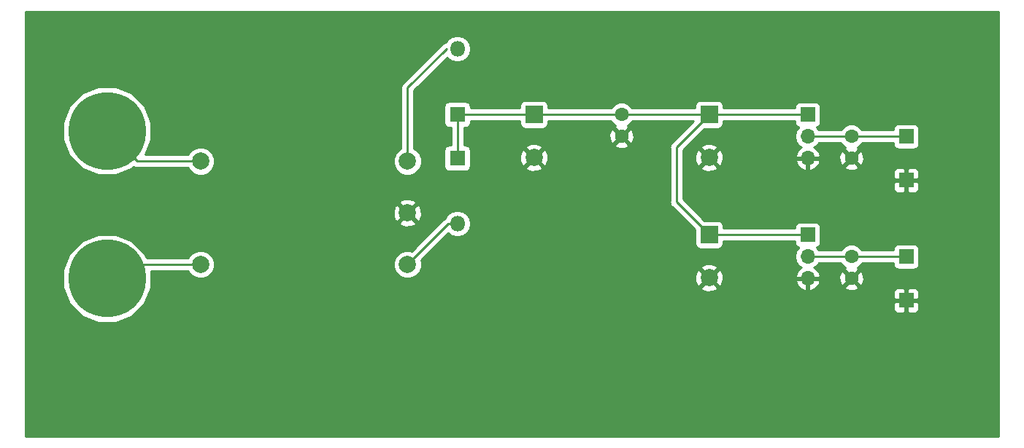
<source format=gtl>
G04 #@! TF.GenerationSoftware,KiCad,Pcbnew,(5.0.1-3-g963ef8bb5)*
G04 #@! TF.CreationDate,2018-11-01T01:45:15+09:00*
G04 #@! TF.ProjectId,firstTraining,6669727374547261696E696E672E6B69,rev?*
G04 #@! TF.SameCoordinates,Original*
G04 #@! TF.FileFunction,Copper,L1,Top,Signal*
G04 #@! TF.FilePolarity,Positive*
%FSLAX46Y46*%
G04 Gerber Fmt 4.6, Leading zero omitted, Abs format (unit mm)*
G04 Created by KiCad (PCBNEW (5.0.1-3-g963ef8bb5)) date 2018年11月01日 木曜日 01:45:15*
%MOMM*%
%LPD*%
G01*
G04 APERTURE LIST*
G04 #@! TA.AperFunction,ComponentPad*
%ADD10R,2.000000X2.000000*%
G04 #@! TD*
G04 #@! TA.AperFunction,ComponentPad*
%ADD11C,2.000000*%
G04 #@! TD*
G04 #@! TA.AperFunction,ComponentPad*
%ADD12C,1.600000*%
G04 #@! TD*
G04 #@! TA.AperFunction,ComponentPad*
%ADD13R,1.800000X1.800000*%
G04 #@! TD*
G04 #@! TA.AperFunction,ComponentPad*
%ADD14O,1.800000X1.800000*%
G04 #@! TD*
G04 #@! TA.AperFunction,ComponentPad*
%ADD15O,1.700000X1.700000*%
G04 #@! TD*
G04 #@! TA.AperFunction,ComponentPad*
%ADD16R,1.700000X1.700000*%
G04 #@! TD*
G04 #@! TA.AperFunction,ComponentPad*
%ADD17C,9.000000*%
G04 #@! TD*
G04 #@! TA.AperFunction,ComponentPad*
%ADD18C,0.900000*%
G04 #@! TD*
G04 #@! TA.AperFunction,Conductor*
%ADD19C,0.254000*%
G04 #@! TD*
G04 APERTURE END LIST*
D10*
G04 #@! TO.P,C1,1*
G04 #@! TO.N,Net-(C1-Pad1)*
X123190000Y-74930000D03*
D11*
G04 #@! TO.P,C1,2*
G04 #@! TO.N,GND*
X123190000Y-79930000D03*
G04 #@! TD*
D12*
G04 #@! TO.P,C2,1*
G04 #@! TO.N,Net-(C1-Pad1)*
X133350000Y-74930000D03*
G04 #@! TO.P,C2,2*
G04 #@! TO.N,GND*
X133350000Y-77430000D03*
G04 #@! TD*
D11*
G04 #@! TO.P,C3,2*
G04 #@! TO.N,GND*
X143510000Y-79930000D03*
D10*
G04 #@! TO.P,C3,1*
G04 #@! TO.N,Net-(C1-Pad1)*
X143510000Y-74930000D03*
G04 #@! TD*
G04 #@! TO.P,C4,1*
G04 #@! TO.N,Net-(C1-Pad1)*
X143510000Y-88900000D03*
D11*
G04 #@! TO.P,C4,2*
G04 #@! TO.N,GND*
X143510000Y-93900000D03*
G04 #@! TD*
D12*
G04 #@! TO.P,C5,2*
G04 #@! TO.N,GND*
X160020000Y-79970000D03*
G04 #@! TO.P,C5,1*
G04 #@! TO.N,Net-(C5-Pad1)*
X160020000Y-77470000D03*
G04 #@! TD*
G04 #@! TO.P,C6,1*
G04 #@! TO.N,Net-(C6-Pad1)*
X160020000Y-91440000D03*
G04 #@! TO.P,C6,2*
G04 #@! TO.N,GND*
X160020000Y-93940000D03*
G04 #@! TD*
D13*
G04 #@! TO.P,D1,1*
G04 #@! TO.N,Net-(C1-Pad1)*
X114300000Y-74930000D03*
D14*
G04 #@! TO.P,D1,2*
G04 #@! TO.N,Net-(D1-Pad2)*
X114300000Y-67310000D03*
G04 #@! TD*
G04 #@! TO.P,D2,2*
G04 #@! TO.N,Net-(D2-Pad2)*
X114300000Y-87630000D03*
D13*
G04 #@! TO.P,D2,1*
G04 #@! TO.N,Net-(C1-Pad1)*
X114300000Y-80010000D03*
G04 #@! TD*
D11*
G04 #@! TO.P,T1,5*
G04 #@! TO.N,Net-(D2-Pad2)*
X108520000Y-92360000D03*
G04 #@! TO.P,T1,4*
G04 #@! TO.N,GND*
X108520000Y-86360000D03*
G04 #@! TO.P,T1,3*
G04 #@! TO.N,Net-(D1-Pad2)*
X108520000Y-80360000D03*
G04 #@! TO.P,T1,2*
G04 #@! TO.N,Net-(H2-Pad1)*
X84520000Y-80360000D03*
G04 #@! TO.P,T1,1*
G04 #@! TO.N,AC*
X84520000Y-92360000D03*
G04 #@! TD*
D15*
G04 #@! TO.P,U1,3*
G04 #@! TO.N,GND*
X154940000Y-80010000D03*
G04 #@! TO.P,U1,2*
G04 #@! TO.N,Net-(C5-Pad1)*
X154940000Y-77470000D03*
D16*
G04 #@! TO.P,U1,1*
G04 #@! TO.N,Net-(C1-Pad1)*
X154940000Y-74930000D03*
G04 #@! TD*
G04 #@! TO.P,U2,1*
G04 #@! TO.N,Net-(C1-Pad1)*
X154940000Y-88900000D03*
D15*
G04 #@! TO.P,U2,2*
G04 #@! TO.N,Net-(C6-Pad1)*
X154940000Y-91440000D03*
G04 #@! TO.P,U2,3*
G04 #@! TO.N,GND*
X154940000Y-93980000D03*
G04 #@! TD*
D17*
G04 #@! TO.P,H1,1*
G04 #@! TO.N,AC*
X73660000Y-93980000D03*
D18*
X77035000Y-93980000D03*
X76046485Y-96366485D03*
X73660000Y-97355000D03*
X71273515Y-96366485D03*
X70285000Y-93980000D03*
X71273515Y-91593515D03*
X73660000Y-90605000D03*
X76046485Y-91593515D03*
G04 #@! TD*
G04 #@! TO.P,H2,1*
G04 #@! TO.N,Net-(H2-Pad1)*
X76046485Y-74458516D03*
X73660000Y-73470001D03*
X71273515Y-74458516D03*
X70285000Y-76845001D03*
X71273515Y-79231486D03*
X73660000Y-80220001D03*
X76046485Y-79231486D03*
X77035000Y-76845001D03*
D17*
X73660000Y-76845001D03*
G04 #@! TD*
D16*
G04 #@! TO.P,H3,1*
G04 #@! TO.N,Net-(C5-Pad1)*
X166370000Y-77470000D03*
G04 #@! TD*
G04 #@! TO.P,H4,1*
G04 #@! TO.N,Net-(C6-Pad1)*
X166370000Y-91440000D03*
G04 #@! TD*
G04 #@! TO.P,H5,1*
G04 #@! TO.N,GND*
X166370000Y-82550000D03*
G04 #@! TD*
G04 #@! TO.P,H6,1*
G04 #@! TO.N,GND*
X166370000Y-96520000D03*
G04 #@! TD*
D19*
G04 #@! TO.N,Net-(C1-Pad1)*
X123190000Y-74930000D02*
X133350000Y-74930000D01*
X133350000Y-74930000D02*
X143510000Y-74930000D01*
X143510000Y-74930000D02*
X154940000Y-74930000D01*
X143510000Y-74930000D02*
X139700000Y-78740000D01*
X139700000Y-78740000D02*
X139700000Y-85090000D01*
X139700000Y-85090000D02*
X143510000Y-88900000D01*
X143510000Y-88900000D02*
X154940000Y-88900000D01*
X123190000Y-74930000D02*
X114300000Y-74930000D01*
X114300000Y-80010000D02*
X114300000Y-74930000D01*
G04 #@! TO.N,Net-(C5-Pad1)*
X154940000Y-77470000D02*
X160020000Y-77470000D01*
X160020000Y-77470000D02*
X166370000Y-77470000D01*
G04 #@! TO.N,Net-(C6-Pad1)*
X154940000Y-91440000D02*
X160020000Y-91440000D01*
X166370000Y-91440000D02*
X160020000Y-91440000D01*
G04 #@! TO.N,AC*
X75280000Y-92360000D02*
X73660000Y-93980000D01*
X84520000Y-92360000D02*
X75280000Y-92360000D01*
G04 #@! TO.N,Net-(H2-Pad1)*
X77484999Y-77295000D02*
X77035000Y-76845001D01*
X77174999Y-80360000D02*
X73660000Y-76845001D01*
X84520000Y-80360000D02*
X77174999Y-80360000D01*
G04 #@! TO.N,Net-(D1-Pad2)*
X108520000Y-71820000D02*
X113030000Y-67310000D01*
X108520000Y-80360000D02*
X108520000Y-71820000D01*
G04 #@! TO.N,Net-(D2-Pad2)*
X113250000Y-87630000D02*
X114300000Y-87630000D01*
X108520000Y-92360000D02*
X113250000Y-87630000D01*
G04 #@! TD*
G04 #@! TO.N,GND*
G36*
X177090000Y-112320000D02*
X64210000Y-112320000D01*
X64210000Y-92958585D01*
X68525000Y-92958585D01*
X68525000Y-95001415D01*
X69306757Y-96888744D01*
X70751256Y-98333243D01*
X72638585Y-99115000D01*
X74681415Y-99115000D01*
X76568744Y-98333243D01*
X78013243Y-96888744D01*
X78047620Y-96805750D01*
X164885000Y-96805750D01*
X164885000Y-97496310D01*
X164981673Y-97729699D01*
X165160302Y-97908327D01*
X165393691Y-98005000D01*
X166084250Y-98005000D01*
X166243000Y-97846250D01*
X166243000Y-96647000D01*
X166497000Y-96647000D01*
X166497000Y-97846250D01*
X166655750Y-98005000D01*
X167346309Y-98005000D01*
X167579698Y-97908327D01*
X167758327Y-97729699D01*
X167855000Y-97496310D01*
X167855000Y-96805750D01*
X167696250Y-96647000D01*
X166497000Y-96647000D01*
X166243000Y-96647000D01*
X165043750Y-96647000D01*
X164885000Y-96805750D01*
X78047620Y-96805750D01*
X78773826Y-95052532D01*
X142537073Y-95052532D01*
X142635736Y-95319387D01*
X143245461Y-95545908D01*
X143305401Y-95543690D01*
X164885000Y-95543690D01*
X164885000Y-96234250D01*
X165043750Y-96393000D01*
X166243000Y-96393000D01*
X166243000Y-95193750D01*
X166497000Y-95193750D01*
X166497000Y-96393000D01*
X167696250Y-96393000D01*
X167855000Y-96234250D01*
X167855000Y-95543690D01*
X167758327Y-95310301D01*
X167579698Y-95131673D01*
X167346309Y-95035000D01*
X166655750Y-95035000D01*
X166497000Y-95193750D01*
X166243000Y-95193750D01*
X166084250Y-95035000D01*
X165393691Y-95035000D01*
X165160302Y-95131673D01*
X164981673Y-95310301D01*
X164885000Y-95543690D01*
X143305401Y-95543690D01*
X143895460Y-95521856D01*
X144384264Y-95319387D01*
X144482927Y-95052532D01*
X143510000Y-94079605D01*
X142537073Y-95052532D01*
X78773826Y-95052532D01*
X78795000Y-95001415D01*
X78795000Y-93122000D01*
X83065920Y-93122000D01*
X83133914Y-93286153D01*
X83593847Y-93746086D01*
X84194778Y-93995000D01*
X84845222Y-93995000D01*
X85446153Y-93746086D01*
X85906086Y-93286153D01*
X86155000Y-92685222D01*
X86155000Y-92034778D01*
X106885000Y-92034778D01*
X106885000Y-92685222D01*
X107133914Y-93286153D01*
X107593847Y-93746086D01*
X108194778Y-93995000D01*
X108845222Y-93995000D01*
X109446153Y-93746086D01*
X109556778Y-93635461D01*
X141864092Y-93635461D01*
X141888144Y-94285460D01*
X142090613Y-94774264D01*
X142357468Y-94872927D01*
X143330395Y-93900000D01*
X143689605Y-93900000D01*
X144662532Y-94872927D01*
X144929387Y-94774264D01*
X145091877Y-94336890D01*
X153498524Y-94336890D01*
X153668355Y-94746924D01*
X154058642Y-95175183D01*
X154583108Y-95421486D01*
X154813000Y-95300819D01*
X154813000Y-94107000D01*
X155067000Y-94107000D01*
X155067000Y-95300819D01*
X155296892Y-95421486D01*
X155821358Y-95175183D01*
X156028629Y-94947745D01*
X159191861Y-94947745D01*
X159265995Y-95193864D01*
X159803223Y-95386965D01*
X160373454Y-95359778D01*
X160774005Y-95193864D01*
X160848139Y-94947745D01*
X160020000Y-94119605D01*
X159191861Y-94947745D01*
X156028629Y-94947745D01*
X156211645Y-94746924D01*
X156381476Y-94336890D01*
X156260155Y-94107000D01*
X155067000Y-94107000D01*
X154813000Y-94107000D01*
X153619845Y-94107000D01*
X153498524Y-94336890D01*
X145091877Y-94336890D01*
X145155908Y-94164539D01*
X145131856Y-93514540D01*
X144929387Y-93025736D01*
X144662532Y-92927073D01*
X143689605Y-93900000D01*
X143330395Y-93900000D01*
X142357468Y-92927073D01*
X142090613Y-93025736D01*
X141864092Y-93635461D01*
X109556778Y-93635461D01*
X109906086Y-93286153D01*
X110129216Y-92747468D01*
X142537073Y-92747468D01*
X143510000Y-93720395D01*
X144482927Y-92747468D01*
X144384264Y-92480613D01*
X143774539Y-92254092D01*
X143124540Y-92278144D01*
X142635736Y-92480613D01*
X142537073Y-92747468D01*
X110129216Y-92747468D01*
X110155000Y-92685222D01*
X110155000Y-92034778D01*
X110087005Y-91870625D01*
X113209890Y-88747740D01*
X113701073Y-89075938D01*
X114148818Y-89165000D01*
X114451182Y-89165000D01*
X114898927Y-89075938D01*
X115406673Y-88736673D01*
X115745938Y-88228927D01*
X115865072Y-87630000D01*
X115745938Y-87031073D01*
X115406673Y-86523327D01*
X114898927Y-86184062D01*
X114451182Y-86095000D01*
X114148818Y-86095000D01*
X113701073Y-86184062D01*
X113193327Y-86523327D01*
X112917996Y-86935389D01*
X112774795Y-87031073D01*
X112700629Y-87080629D01*
X112658118Y-87144251D01*
X109009375Y-90792995D01*
X108845222Y-90725000D01*
X108194778Y-90725000D01*
X107593847Y-90973914D01*
X107133914Y-91433847D01*
X106885000Y-92034778D01*
X86155000Y-92034778D01*
X85906086Y-91433847D01*
X85446153Y-90973914D01*
X84845222Y-90725000D01*
X84194778Y-90725000D01*
X83593847Y-90973914D01*
X83133914Y-91433847D01*
X83065920Y-91598000D01*
X78231427Y-91598000D01*
X78013243Y-91071256D01*
X76568744Y-89626757D01*
X74681415Y-88845000D01*
X72638585Y-88845000D01*
X70751256Y-89626757D01*
X69306757Y-91071256D01*
X68525000Y-92958585D01*
X64210000Y-92958585D01*
X64210000Y-87512532D01*
X107547073Y-87512532D01*
X107645736Y-87779387D01*
X108255461Y-88005908D01*
X108905460Y-87981856D01*
X109394264Y-87779387D01*
X109492927Y-87512532D01*
X108520000Y-86539605D01*
X107547073Y-87512532D01*
X64210000Y-87512532D01*
X64210000Y-86095461D01*
X106874092Y-86095461D01*
X106898144Y-86745460D01*
X107100613Y-87234264D01*
X107367468Y-87332927D01*
X108340395Y-86360000D01*
X108699605Y-86360000D01*
X109672532Y-87332927D01*
X109939387Y-87234264D01*
X110165908Y-86624539D01*
X110141856Y-85974540D01*
X109939387Y-85485736D01*
X109672532Y-85387073D01*
X108699605Y-86360000D01*
X108340395Y-86360000D01*
X107367468Y-85387073D01*
X107100613Y-85485736D01*
X106874092Y-86095461D01*
X64210000Y-86095461D01*
X64210000Y-85207468D01*
X107547073Y-85207468D01*
X108520000Y-86180395D01*
X109492927Y-85207468D01*
X109394264Y-84940613D01*
X108784539Y-84714092D01*
X108134540Y-84738144D01*
X107645736Y-84940613D01*
X107547073Y-85207468D01*
X64210000Y-85207468D01*
X64210000Y-75823586D01*
X68525000Y-75823586D01*
X68525000Y-77866416D01*
X69306757Y-79753745D01*
X70751256Y-81198244D01*
X72638585Y-81980001D01*
X74681415Y-81980001D01*
X76568744Y-81198244D01*
X76764695Y-81002293D01*
X76877680Y-81077787D01*
X76877681Y-81077787D01*
X76877682Y-81077788D01*
X77099951Y-81122000D01*
X77099955Y-81122000D01*
X77174998Y-81136927D01*
X77250041Y-81122000D01*
X83065920Y-81122000D01*
X83133914Y-81286153D01*
X83593847Y-81746086D01*
X84194778Y-81995000D01*
X84845222Y-81995000D01*
X85446153Y-81746086D01*
X85906086Y-81286153D01*
X86155000Y-80685222D01*
X86155000Y-80034778D01*
X106885000Y-80034778D01*
X106885000Y-80685222D01*
X107133914Y-81286153D01*
X107593847Y-81746086D01*
X108194778Y-81995000D01*
X108845222Y-81995000D01*
X109446153Y-81746086D01*
X109906086Y-81286153D01*
X110155000Y-80685222D01*
X110155000Y-80034778D01*
X109906086Y-79433847D01*
X109446153Y-78973914D01*
X109282000Y-78905920D01*
X109282000Y-74030000D01*
X112752560Y-74030000D01*
X112752560Y-75830000D01*
X112801843Y-76077765D01*
X112942191Y-76287809D01*
X113152235Y-76428157D01*
X113400000Y-76477440D01*
X113538001Y-76477440D01*
X113538000Y-78462560D01*
X113400000Y-78462560D01*
X113152235Y-78511843D01*
X112942191Y-78652191D01*
X112801843Y-78862235D01*
X112752560Y-79110000D01*
X112752560Y-80910000D01*
X112801843Y-81157765D01*
X112942191Y-81367809D01*
X113152235Y-81508157D01*
X113400000Y-81557440D01*
X115200000Y-81557440D01*
X115447765Y-81508157D01*
X115657809Y-81367809D01*
X115798157Y-81157765D01*
X115813121Y-81082532D01*
X122217073Y-81082532D01*
X122315736Y-81349387D01*
X122925461Y-81575908D01*
X123575460Y-81551856D01*
X124064264Y-81349387D01*
X124162927Y-81082532D01*
X123190000Y-80109605D01*
X122217073Y-81082532D01*
X115813121Y-81082532D01*
X115847440Y-80910000D01*
X115847440Y-79665461D01*
X121544092Y-79665461D01*
X121568144Y-80315460D01*
X121770613Y-80804264D01*
X122037468Y-80902927D01*
X123010395Y-79930000D01*
X123369605Y-79930000D01*
X124342532Y-80902927D01*
X124609387Y-80804264D01*
X124835908Y-80194539D01*
X124811856Y-79544540D01*
X124609387Y-79055736D01*
X124342532Y-78957073D01*
X123369605Y-79930000D01*
X123010395Y-79930000D01*
X122037468Y-78957073D01*
X121770613Y-79055736D01*
X121544092Y-79665461D01*
X115847440Y-79665461D01*
X115847440Y-79110000D01*
X115798157Y-78862235D01*
X115741518Y-78777468D01*
X122217073Y-78777468D01*
X123190000Y-79750395D01*
X124162927Y-78777468D01*
X124064264Y-78510613D01*
X123868126Y-78437745D01*
X132521861Y-78437745D01*
X132595995Y-78683864D01*
X133133223Y-78876965D01*
X133703454Y-78849778D01*
X134104005Y-78683864D01*
X134178139Y-78437745D01*
X133350000Y-77609605D01*
X132521861Y-78437745D01*
X123868126Y-78437745D01*
X123454539Y-78284092D01*
X122804540Y-78308144D01*
X122315736Y-78510613D01*
X122217073Y-78777468D01*
X115741518Y-78777468D01*
X115657809Y-78652191D01*
X115447765Y-78511843D01*
X115200000Y-78462560D01*
X115062000Y-78462560D01*
X115062000Y-77213223D01*
X131903035Y-77213223D01*
X131930222Y-77783454D01*
X132096136Y-78184005D01*
X132342255Y-78258139D01*
X133170395Y-77430000D01*
X133529605Y-77430000D01*
X134357745Y-78258139D01*
X134603864Y-78184005D01*
X134796965Y-77646777D01*
X134769778Y-77076546D01*
X134603864Y-76675995D01*
X134357745Y-76601861D01*
X133529605Y-77430000D01*
X133170395Y-77430000D01*
X132342255Y-76601861D01*
X132096136Y-76675995D01*
X131903035Y-77213223D01*
X115062000Y-77213223D01*
X115062000Y-76477440D01*
X115200000Y-76477440D01*
X115447765Y-76428157D01*
X115657809Y-76287809D01*
X115798157Y-76077765D01*
X115847440Y-75830000D01*
X115847440Y-75692000D01*
X121542560Y-75692000D01*
X121542560Y-75930000D01*
X121591843Y-76177765D01*
X121732191Y-76387809D01*
X121942235Y-76528157D01*
X122190000Y-76577440D01*
X124190000Y-76577440D01*
X124437765Y-76528157D01*
X124647809Y-76387809D01*
X124788157Y-76177765D01*
X124837440Y-75930000D01*
X124837440Y-75692000D01*
X132112398Y-75692000D01*
X132133466Y-75742862D01*
X132537138Y-76146534D01*
X132602299Y-76173525D01*
X132595995Y-76176136D01*
X132521861Y-76422255D01*
X133350000Y-77250395D01*
X134178139Y-76422255D01*
X134104005Y-76176136D01*
X134097254Y-76173710D01*
X134162862Y-76146534D01*
X134566534Y-75742862D01*
X134587602Y-75692000D01*
X141670369Y-75692000D01*
X139214253Y-78148117D01*
X139150629Y-78190629D01*
X138982212Y-78442684D01*
X138938000Y-78664953D01*
X138938000Y-78664957D01*
X138923073Y-78740000D01*
X138938000Y-78815043D01*
X138938001Y-85014952D01*
X138923073Y-85090000D01*
X138938001Y-85165048D01*
X138982213Y-85387317D01*
X139150630Y-85639371D01*
X139214251Y-85681881D01*
X141862560Y-88330191D01*
X141862560Y-89900000D01*
X141911843Y-90147765D01*
X142052191Y-90357809D01*
X142262235Y-90498157D01*
X142510000Y-90547440D01*
X144510000Y-90547440D01*
X144757765Y-90498157D01*
X144967809Y-90357809D01*
X145108157Y-90147765D01*
X145157440Y-89900000D01*
X145157440Y-89662000D01*
X153442560Y-89662000D01*
X153442560Y-89750000D01*
X153491843Y-89997765D01*
X153632191Y-90207809D01*
X153842235Y-90348157D01*
X153887619Y-90357184D01*
X153869375Y-90369375D01*
X153541161Y-90860582D01*
X153425908Y-91440000D01*
X153541161Y-92019418D01*
X153869375Y-92510625D01*
X154188478Y-92723843D01*
X154058642Y-92784817D01*
X153668355Y-93213076D01*
X153498524Y-93623110D01*
X153619845Y-93853000D01*
X154813000Y-93853000D01*
X154813000Y-93833000D01*
X155067000Y-93833000D01*
X155067000Y-93853000D01*
X156260155Y-93853000D01*
X156328642Y-93723223D01*
X158573035Y-93723223D01*
X158600222Y-94293454D01*
X158766136Y-94694005D01*
X159012255Y-94768139D01*
X159840395Y-93940000D01*
X160199605Y-93940000D01*
X161027745Y-94768139D01*
X161273864Y-94694005D01*
X161466965Y-94156777D01*
X161439778Y-93586546D01*
X161273864Y-93185995D01*
X161027745Y-93111861D01*
X160199605Y-93940000D01*
X159840395Y-93940000D01*
X159012255Y-93111861D01*
X158766136Y-93185995D01*
X158573035Y-93723223D01*
X156328642Y-93723223D01*
X156381476Y-93623110D01*
X156211645Y-93213076D01*
X155821358Y-92784817D01*
X155691522Y-92723843D01*
X156010625Y-92510625D01*
X156216842Y-92202000D01*
X158782398Y-92202000D01*
X158803466Y-92252862D01*
X159207138Y-92656534D01*
X159272299Y-92683525D01*
X159265995Y-92686136D01*
X159191861Y-92932255D01*
X160020000Y-93760395D01*
X160848139Y-92932255D01*
X160774005Y-92686136D01*
X160767254Y-92683710D01*
X160832862Y-92656534D01*
X161236534Y-92252862D01*
X161257602Y-92202000D01*
X164872560Y-92202000D01*
X164872560Y-92290000D01*
X164921843Y-92537765D01*
X165062191Y-92747809D01*
X165272235Y-92888157D01*
X165520000Y-92937440D01*
X167220000Y-92937440D01*
X167467765Y-92888157D01*
X167677809Y-92747809D01*
X167818157Y-92537765D01*
X167867440Y-92290000D01*
X167867440Y-90590000D01*
X167818157Y-90342235D01*
X167677809Y-90132191D01*
X167467765Y-89991843D01*
X167220000Y-89942560D01*
X165520000Y-89942560D01*
X165272235Y-89991843D01*
X165062191Y-90132191D01*
X164921843Y-90342235D01*
X164872560Y-90590000D01*
X164872560Y-90678000D01*
X161257602Y-90678000D01*
X161236534Y-90627138D01*
X160832862Y-90223466D01*
X160305439Y-90005000D01*
X159734561Y-90005000D01*
X159207138Y-90223466D01*
X158803466Y-90627138D01*
X158782398Y-90678000D01*
X156216842Y-90678000D01*
X156010625Y-90369375D01*
X155992381Y-90357184D01*
X156037765Y-90348157D01*
X156247809Y-90207809D01*
X156388157Y-89997765D01*
X156437440Y-89750000D01*
X156437440Y-88050000D01*
X156388157Y-87802235D01*
X156247809Y-87592191D01*
X156037765Y-87451843D01*
X155790000Y-87402560D01*
X154090000Y-87402560D01*
X153842235Y-87451843D01*
X153632191Y-87592191D01*
X153491843Y-87802235D01*
X153442560Y-88050000D01*
X153442560Y-88138000D01*
X145157440Y-88138000D01*
X145157440Y-87900000D01*
X145108157Y-87652235D01*
X144967809Y-87442191D01*
X144757765Y-87301843D01*
X144510000Y-87252560D01*
X142940191Y-87252560D01*
X140462000Y-84774370D01*
X140462000Y-82835750D01*
X164885000Y-82835750D01*
X164885000Y-83526310D01*
X164981673Y-83759699D01*
X165160302Y-83938327D01*
X165393691Y-84035000D01*
X166084250Y-84035000D01*
X166243000Y-83876250D01*
X166243000Y-82677000D01*
X166497000Y-82677000D01*
X166497000Y-83876250D01*
X166655750Y-84035000D01*
X167346309Y-84035000D01*
X167579698Y-83938327D01*
X167758327Y-83759699D01*
X167855000Y-83526310D01*
X167855000Y-82835750D01*
X167696250Y-82677000D01*
X166497000Y-82677000D01*
X166243000Y-82677000D01*
X165043750Y-82677000D01*
X164885000Y-82835750D01*
X140462000Y-82835750D01*
X140462000Y-81082532D01*
X142537073Y-81082532D01*
X142635736Y-81349387D01*
X143245461Y-81575908D01*
X143305401Y-81573690D01*
X164885000Y-81573690D01*
X164885000Y-82264250D01*
X165043750Y-82423000D01*
X166243000Y-82423000D01*
X166243000Y-81223750D01*
X166497000Y-81223750D01*
X166497000Y-82423000D01*
X167696250Y-82423000D01*
X167855000Y-82264250D01*
X167855000Y-81573690D01*
X167758327Y-81340301D01*
X167579698Y-81161673D01*
X167346309Y-81065000D01*
X166655750Y-81065000D01*
X166497000Y-81223750D01*
X166243000Y-81223750D01*
X166084250Y-81065000D01*
X165393691Y-81065000D01*
X165160302Y-81161673D01*
X164981673Y-81340301D01*
X164885000Y-81573690D01*
X143305401Y-81573690D01*
X143895460Y-81551856D01*
X144384264Y-81349387D01*
X144482927Y-81082532D01*
X143510000Y-80109605D01*
X142537073Y-81082532D01*
X140462000Y-81082532D01*
X140462000Y-79665461D01*
X141864092Y-79665461D01*
X141888144Y-80315460D01*
X142090613Y-80804264D01*
X142357468Y-80902927D01*
X143330395Y-79930000D01*
X143689605Y-79930000D01*
X144662532Y-80902927D01*
X144929387Y-80804264D01*
X145091877Y-80366890D01*
X153498524Y-80366890D01*
X153668355Y-80776924D01*
X154058642Y-81205183D01*
X154583108Y-81451486D01*
X154813000Y-81330819D01*
X154813000Y-80137000D01*
X155067000Y-80137000D01*
X155067000Y-81330819D01*
X155296892Y-81451486D01*
X155821358Y-81205183D01*
X156028629Y-80977745D01*
X159191861Y-80977745D01*
X159265995Y-81223864D01*
X159803223Y-81416965D01*
X160373454Y-81389778D01*
X160774005Y-81223864D01*
X160848139Y-80977745D01*
X160020000Y-80149605D01*
X159191861Y-80977745D01*
X156028629Y-80977745D01*
X156211645Y-80776924D01*
X156381476Y-80366890D01*
X156260155Y-80137000D01*
X155067000Y-80137000D01*
X154813000Y-80137000D01*
X153619845Y-80137000D01*
X153498524Y-80366890D01*
X145091877Y-80366890D01*
X145155908Y-80194539D01*
X145131856Y-79544540D01*
X144929387Y-79055736D01*
X144662532Y-78957073D01*
X143689605Y-79930000D01*
X143330395Y-79930000D01*
X142357468Y-78957073D01*
X142090613Y-79055736D01*
X141864092Y-79665461D01*
X140462000Y-79665461D01*
X140462000Y-79055630D01*
X140740162Y-78777468D01*
X142537073Y-78777468D01*
X143510000Y-79750395D01*
X144482927Y-78777468D01*
X144384264Y-78510613D01*
X143774539Y-78284092D01*
X143124540Y-78308144D01*
X142635736Y-78510613D01*
X142537073Y-78777468D01*
X140740162Y-78777468D01*
X142940191Y-76577440D01*
X144510000Y-76577440D01*
X144757765Y-76528157D01*
X144967809Y-76387809D01*
X145108157Y-76177765D01*
X145157440Y-75930000D01*
X145157440Y-75692000D01*
X153442560Y-75692000D01*
X153442560Y-75780000D01*
X153491843Y-76027765D01*
X153632191Y-76237809D01*
X153842235Y-76378157D01*
X153887619Y-76387184D01*
X153869375Y-76399375D01*
X153541161Y-76890582D01*
X153425908Y-77470000D01*
X153541161Y-78049418D01*
X153869375Y-78540625D01*
X154188478Y-78753843D01*
X154058642Y-78814817D01*
X153668355Y-79243076D01*
X153498524Y-79653110D01*
X153619845Y-79883000D01*
X154813000Y-79883000D01*
X154813000Y-79863000D01*
X155067000Y-79863000D01*
X155067000Y-79883000D01*
X156260155Y-79883000D01*
X156328642Y-79753223D01*
X158573035Y-79753223D01*
X158600222Y-80323454D01*
X158766136Y-80724005D01*
X159012255Y-80798139D01*
X159840395Y-79970000D01*
X160199605Y-79970000D01*
X161027745Y-80798139D01*
X161273864Y-80724005D01*
X161466965Y-80186777D01*
X161439778Y-79616546D01*
X161273864Y-79215995D01*
X161027745Y-79141861D01*
X160199605Y-79970000D01*
X159840395Y-79970000D01*
X159012255Y-79141861D01*
X158766136Y-79215995D01*
X158573035Y-79753223D01*
X156328642Y-79753223D01*
X156381476Y-79653110D01*
X156211645Y-79243076D01*
X155821358Y-78814817D01*
X155691522Y-78753843D01*
X156010625Y-78540625D01*
X156216842Y-78232000D01*
X158782398Y-78232000D01*
X158803466Y-78282862D01*
X159207138Y-78686534D01*
X159272299Y-78713525D01*
X159265995Y-78716136D01*
X159191861Y-78962255D01*
X160020000Y-79790395D01*
X160848139Y-78962255D01*
X160774005Y-78716136D01*
X160767254Y-78713710D01*
X160832862Y-78686534D01*
X161236534Y-78282862D01*
X161257602Y-78232000D01*
X164872560Y-78232000D01*
X164872560Y-78320000D01*
X164921843Y-78567765D01*
X165062191Y-78777809D01*
X165272235Y-78918157D01*
X165520000Y-78967440D01*
X167220000Y-78967440D01*
X167467765Y-78918157D01*
X167677809Y-78777809D01*
X167818157Y-78567765D01*
X167867440Y-78320000D01*
X167867440Y-76620000D01*
X167818157Y-76372235D01*
X167677809Y-76162191D01*
X167467765Y-76021843D01*
X167220000Y-75972560D01*
X165520000Y-75972560D01*
X165272235Y-76021843D01*
X165062191Y-76162191D01*
X164921843Y-76372235D01*
X164872560Y-76620000D01*
X164872560Y-76708000D01*
X161257602Y-76708000D01*
X161236534Y-76657138D01*
X160832862Y-76253466D01*
X160305439Y-76035000D01*
X159734561Y-76035000D01*
X159207138Y-76253466D01*
X158803466Y-76657138D01*
X158782398Y-76708000D01*
X156216842Y-76708000D01*
X156010625Y-76399375D01*
X155992381Y-76387184D01*
X156037765Y-76378157D01*
X156247809Y-76237809D01*
X156388157Y-76027765D01*
X156437440Y-75780000D01*
X156437440Y-74080000D01*
X156388157Y-73832235D01*
X156247809Y-73622191D01*
X156037765Y-73481843D01*
X155790000Y-73432560D01*
X154090000Y-73432560D01*
X153842235Y-73481843D01*
X153632191Y-73622191D01*
X153491843Y-73832235D01*
X153442560Y-74080000D01*
X153442560Y-74168000D01*
X145157440Y-74168000D01*
X145157440Y-73930000D01*
X145108157Y-73682235D01*
X144967809Y-73472191D01*
X144757765Y-73331843D01*
X144510000Y-73282560D01*
X142510000Y-73282560D01*
X142262235Y-73331843D01*
X142052191Y-73472191D01*
X141911843Y-73682235D01*
X141862560Y-73930000D01*
X141862560Y-74168000D01*
X134587602Y-74168000D01*
X134566534Y-74117138D01*
X134162862Y-73713466D01*
X133635439Y-73495000D01*
X133064561Y-73495000D01*
X132537138Y-73713466D01*
X132133466Y-74117138D01*
X132112398Y-74168000D01*
X124837440Y-74168000D01*
X124837440Y-73930000D01*
X124788157Y-73682235D01*
X124647809Y-73472191D01*
X124437765Y-73331843D01*
X124190000Y-73282560D01*
X122190000Y-73282560D01*
X121942235Y-73331843D01*
X121732191Y-73472191D01*
X121591843Y-73682235D01*
X121542560Y-73930000D01*
X121542560Y-74168000D01*
X115847440Y-74168000D01*
X115847440Y-74030000D01*
X115798157Y-73782235D01*
X115657809Y-73572191D01*
X115447765Y-73431843D01*
X115200000Y-73382560D01*
X113400000Y-73382560D01*
X113152235Y-73431843D01*
X112942191Y-73572191D01*
X112801843Y-73782235D01*
X112752560Y-74030000D01*
X109282000Y-74030000D01*
X109282000Y-72135630D01*
X113116275Y-68301356D01*
X113193327Y-68416673D01*
X113701073Y-68755938D01*
X114148818Y-68845000D01*
X114451182Y-68845000D01*
X114898927Y-68755938D01*
X115406673Y-68416673D01*
X115745938Y-67908927D01*
X115865072Y-67310000D01*
X115745938Y-66711073D01*
X115406673Y-66203327D01*
X114898927Y-65864062D01*
X114451182Y-65775000D01*
X114148818Y-65775000D01*
X113701073Y-65864062D01*
X113193327Y-66203327D01*
X112964261Y-66546149D01*
X112732681Y-66592213D01*
X112544251Y-66718118D01*
X108034251Y-71228119D01*
X107970630Y-71270629D01*
X107928119Y-71334251D01*
X107928118Y-71334252D01*
X107802213Y-71522683D01*
X107743073Y-71820000D01*
X107758001Y-71895048D01*
X107758000Y-78905919D01*
X107593847Y-78973914D01*
X107133914Y-79433847D01*
X106885000Y-80034778D01*
X86155000Y-80034778D01*
X85906086Y-79433847D01*
X85446153Y-78973914D01*
X84845222Y-78725000D01*
X84194778Y-78725000D01*
X83593847Y-78973914D01*
X83133914Y-79433847D01*
X83065920Y-79598000D01*
X78077755Y-79598000D01*
X78795000Y-77866416D01*
X78795000Y-75823586D01*
X78013243Y-73936257D01*
X76568744Y-72491758D01*
X74681415Y-71710001D01*
X72638585Y-71710001D01*
X70751256Y-72491758D01*
X69306757Y-73936257D01*
X68525000Y-75823586D01*
X64210000Y-75823586D01*
X64210000Y-62940000D01*
X177090001Y-62940000D01*
X177090000Y-112320000D01*
X177090000Y-112320000D01*
G37*
X177090000Y-112320000D02*
X64210000Y-112320000D01*
X64210000Y-92958585D01*
X68525000Y-92958585D01*
X68525000Y-95001415D01*
X69306757Y-96888744D01*
X70751256Y-98333243D01*
X72638585Y-99115000D01*
X74681415Y-99115000D01*
X76568744Y-98333243D01*
X78013243Y-96888744D01*
X78047620Y-96805750D01*
X164885000Y-96805750D01*
X164885000Y-97496310D01*
X164981673Y-97729699D01*
X165160302Y-97908327D01*
X165393691Y-98005000D01*
X166084250Y-98005000D01*
X166243000Y-97846250D01*
X166243000Y-96647000D01*
X166497000Y-96647000D01*
X166497000Y-97846250D01*
X166655750Y-98005000D01*
X167346309Y-98005000D01*
X167579698Y-97908327D01*
X167758327Y-97729699D01*
X167855000Y-97496310D01*
X167855000Y-96805750D01*
X167696250Y-96647000D01*
X166497000Y-96647000D01*
X166243000Y-96647000D01*
X165043750Y-96647000D01*
X164885000Y-96805750D01*
X78047620Y-96805750D01*
X78773826Y-95052532D01*
X142537073Y-95052532D01*
X142635736Y-95319387D01*
X143245461Y-95545908D01*
X143305401Y-95543690D01*
X164885000Y-95543690D01*
X164885000Y-96234250D01*
X165043750Y-96393000D01*
X166243000Y-96393000D01*
X166243000Y-95193750D01*
X166497000Y-95193750D01*
X166497000Y-96393000D01*
X167696250Y-96393000D01*
X167855000Y-96234250D01*
X167855000Y-95543690D01*
X167758327Y-95310301D01*
X167579698Y-95131673D01*
X167346309Y-95035000D01*
X166655750Y-95035000D01*
X166497000Y-95193750D01*
X166243000Y-95193750D01*
X166084250Y-95035000D01*
X165393691Y-95035000D01*
X165160302Y-95131673D01*
X164981673Y-95310301D01*
X164885000Y-95543690D01*
X143305401Y-95543690D01*
X143895460Y-95521856D01*
X144384264Y-95319387D01*
X144482927Y-95052532D01*
X143510000Y-94079605D01*
X142537073Y-95052532D01*
X78773826Y-95052532D01*
X78795000Y-95001415D01*
X78795000Y-93122000D01*
X83065920Y-93122000D01*
X83133914Y-93286153D01*
X83593847Y-93746086D01*
X84194778Y-93995000D01*
X84845222Y-93995000D01*
X85446153Y-93746086D01*
X85906086Y-93286153D01*
X86155000Y-92685222D01*
X86155000Y-92034778D01*
X106885000Y-92034778D01*
X106885000Y-92685222D01*
X107133914Y-93286153D01*
X107593847Y-93746086D01*
X108194778Y-93995000D01*
X108845222Y-93995000D01*
X109446153Y-93746086D01*
X109556778Y-93635461D01*
X141864092Y-93635461D01*
X141888144Y-94285460D01*
X142090613Y-94774264D01*
X142357468Y-94872927D01*
X143330395Y-93900000D01*
X143689605Y-93900000D01*
X144662532Y-94872927D01*
X144929387Y-94774264D01*
X145091877Y-94336890D01*
X153498524Y-94336890D01*
X153668355Y-94746924D01*
X154058642Y-95175183D01*
X154583108Y-95421486D01*
X154813000Y-95300819D01*
X154813000Y-94107000D01*
X155067000Y-94107000D01*
X155067000Y-95300819D01*
X155296892Y-95421486D01*
X155821358Y-95175183D01*
X156028629Y-94947745D01*
X159191861Y-94947745D01*
X159265995Y-95193864D01*
X159803223Y-95386965D01*
X160373454Y-95359778D01*
X160774005Y-95193864D01*
X160848139Y-94947745D01*
X160020000Y-94119605D01*
X159191861Y-94947745D01*
X156028629Y-94947745D01*
X156211645Y-94746924D01*
X156381476Y-94336890D01*
X156260155Y-94107000D01*
X155067000Y-94107000D01*
X154813000Y-94107000D01*
X153619845Y-94107000D01*
X153498524Y-94336890D01*
X145091877Y-94336890D01*
X145155908Y-94164539D01*
X145131856Y-93514540D01*
X144929387Y-93025736D01*
X144662532Y-92927073D01*
X143689605Y-93900000D01*
X143330395Y-93900000D01*
X142357468Y-92927073D01*
X142090613Y-93025736D01*
X141864092Y-93635461D01*
X109556778Y-93635461D01*
X109906086Y-93286153D01*
X110129216Y-92747468D01*
X142537073Y-92747468D01*
X143510000Y-93720395D01*
X144482927Y-92747468D01*
X144384264Y-92480613D01*
X143774539Y-92254092D01*
X143124540Y-92278144D01*
X142635736Y-92480613D01*
X142537073Y-92747468D01*
X110129216Y-92747468D01*
X110155000Y-92685222D01*
X110155000Y-92034778D01*
X110087005Y-91870625D01*
X113209890Y-88747740D01*
X113701073Y-89075938D01*
X114148818Y-89165000D01*
X114451182Y-89165000D01*
X114898927Y-89075938D01*
X115406673Y-88736673D01*
X115745938Y-88228927D01*
X115865072Y-87630000D01*
X115745938Y-87031073D01*
X115406673Y-86523327D01*
X114898927Y-86184062D01*
X114451182Y-86095000D01*
X114148818Y-86095000D01*
X113701073Y-86184062D01*
X113193327Y-86523327D01*
X112917996Y-86935389D01*
X112774795Y-87031073D01*
X112700629Y-87080629D01*
X112658118Y-87144251D01*
X109009375Y-90792995D01*
X108845222Y-90725000D01*
X108194778Y-90725000D01*
X107593847Y-90973914D01*
X107133914Y-91433847D01*
X106885000Y-92034778D01*
X86155000Y-92034778D01*
X85906086Y-91433847D01*
X85446153Y-90973914D01*
X84845222Y-90725000D01*
X84194778Y-90725000D01*
X83593847Y-90973914D01*
X83133914Y-91433847D01*
X83065920Y-91598000D01*
X78231427Y-91598000D01*
X78013243Y-91071256D01*
X76568744Y-89626757D01*
X74681415Y-88845000D01*
X72638585Y-88845000D01*
X70751256Y-89626757D01*
X69306757Y-91071256D01*
X68525000Y-92958585D01*
X64210000Y-92958585D01*
X64210000Y-87512532D01*
X107547073Y-87512532D01*
X107645736Y-87779387D01*
X108255461Y-88005908D01*
X108905460Y-87981856D01*
X109394264Y-87779387D01*
X109492927Y-87512532D01*
X108520000Y-86539605D01*
X107547073Y-87512532D01*
X64210000Y-87512532D01*
X64210000Y-86095461D01*
X106874092Y-86095461D01*
X106898144Y-86745460D01*
X107100613Y-87234264D01*
X107367468Y-87332927D01*
X108340395Y-86360000D01*
X108699605Y-86360000D01*
X109672532Y-87332927D01*
X109939387Y-87234264D01*
X110165908Y-86624539D01*
X110141856Y-85974540D01*
X109939387Y-85485736D01*
X109672532Y-85387073D01*
X108699605Y-86360000D01*
X108340395Y-86360000D01*
X107367468Y-85387073D01*
X107100613Y-85485736D01*
X106874092Y-86095461D01*
X64210000Y-86095461D01*
X64210000Y-85207468D01*
X107547073Y-85207468D01*
X108520000Y-86180395D01*
X109492927Y-85207468D01*
X109394264Y-84940613D01*
X108784539Y-84714092D01*
X108134540Y-84738144D01*
X107645736Y-84940613D01*
X107547073Y-85207468D01*
X64210000Y-85207468D01*
X64210000Y-75823586D01*
X68525000Y-75823586D01*
X68525000Y-77866416D01*
X69306757Y-79753745D01*
X70751256Y-81198244D01*
X72638585Y-81980001D01*
X74681415Y-81980001D01*
X76568744Y-81198244D01*
X76764695Y-81002293D01*
X76877680Y-81077787D01*
X76877681Y-81077787D01*
X76877682Y-81077788D01*
X77099951Y-81122000D01*
X77099955Y-81122000D01*
X77174998Y-81136927D01*
X77250041Y-81122000D01*
X83065920Y-81122000D01*
X83133914Y-81286153D01*
X83593847Y-81746086D01*
X84194778Y-81995000D01*
X84845222Y-81995000D01*
X85446153Y-81746086D01*
X85906086Y-81286153D01*
X86155000Y-80685222D01*
X86155000Y-80034778D01*
X106885000Y-80034778D01*
X106885000Y-80685222D01*
X107133914Y-81286153D01*
X107593847Y-81746086D01*
X108194778Y-81995000D01*
X108845222Y-81995000D01*
X109446153Y-81746086D01*
X109906086Y-81286153D01*
X110155000Y-80685222D01*
X110155000Y-80034778D01*
X109906086Y-79433847D01*
X109446153Y-78973914D01*
X109282000Y-78905920D01*
X109282000Y-74030000D01*
X112752560Y-74030000D01*
X112752560Y-75830000D01*
X112801843Y-76077765D01*
X112942191Y-76287809D01*
X113152235Y-76428157D01*
X113400000Y-76477440D01*
X113538001Y-76477440D01*
X113538000Y-78462560D01*
X113400000Y-78462560D01*
X113152235Y-78511843D01*
X112942191Y-78652191D01*
X112801843Y-78862235D01*
X112752560Y-79110000D01*
X112752560Y-80910000D01*
X112801843Y-81157765D01*
X112942191Y-81367809D01*
X113152235Y-81508157D01*
X113400000Y-81557440D01*
X115200000Y-81557440D01*
X115447765Y-81508157D01*
X115657809Y-81367809D01*
X115798157Y-81157765D01*
X115813121Y-81082532D01*
X122217073Y-81082532D01*
X122315736Y-81349387D01*
X122925461Y-81575908D01*
X123575460Y-81551856D01*
X124064264Y-81349387D01*
X124162927Y-81082532D01*
X123190000Y-80109605D01*
X122217073Y-81082532D01*
X115813121Y-81082532D01*
X115847440Y-80910000D01*
X115847440Y-79665461D01*
X121544092Y-79665461D01*
X121568144Y-80315460D01*
X121770613Y-80804264D01*
X122037468Y-80902927D01*
X123010395Y-79930000D01*
X123369605Y-79930000D01*
X124342532Y-80902927D01*
X124609387Y-80804264D01*
X124835908Y-80194539D01*
X124811856Y-79544540D01*
X124609387Y-79055736D01*
X124342532Y-78957073D01*
X123369605Y-79930000D01*
X123010395Y-79930000D01*
X122037468Y-78957073D01*
X121770613Y-79055736D01*
X121544092Y-79665461D01*
X115847440Y-79665461D01*
X115847440Y-79110000D01*
X115798157Y-78862235D01*
X115741518Y-78777468D01*
X122217073Y-78777468D01*
X123190000Y-79750395D01*
X124162927Y-78777468D01*
X124064264Y-78510613D01*
X123868126Y-78437745D01*
X132521861Y-78437745D01*
X132595995Y-78683864D01*
X133133223Y-78876965D01*
X133703454Y-78849778D01*
X134104005Y-78683864D01*
X134178139Y-78437745D01*
X133350000Y-77609605D01*
X132521861Y-78437745D01*
X123868126Y-78437745D01*
X123454539Y-78284092D01*
X122804540Y-78308144D01*
X122315736Y-78510613D01*
X122217073Y-78777468D01*
X115741518Y-78777468D01*
X115657809Y-78652191D01*
X115447765Y-78511843D01*
X115200000Y-78462560D01*
X115062000Y-78462560D01*
X115062000Y-77213223D01*
X131903035Y-77213223D01*
X131930222Y-77783454D01*
X132096136Y-78184005D01*
X132342255Y-78258139D01*
X133170395Y-77430000D01*
X133529605Y-77430000D01*
X134357745Y-78258139D01*
X134603864Y-78184005D01*
X134796965Y-77646777D01*
X134769778Y-77076546D01*
X134603864Y-76675995D01*
X134357745Y-76601861D01*
X133529605Y-77430000D01*
X133170395Y-77430000D01*
X132342255Y-76601861D01*
X132096136Y-76675995D01*
X131903035Y-77213223D01*
X115062000Y-77213223D01*
X115062000Y-76477440D01*
X115200000Y-76477440D01*
X115447765Y-76428157D01*
X115657809Y-76287809D01*
X115798157Y-76077765D01*
X115847440Y-75830000D01*
X115847440Y-75692000D01*
X121542560Y-75692000D01*
X121542560Y-75930000D01*
X121591843Y-76177765D01*
X121732191Y-76387809D01*
X121942235Y-76528157D01*
X122190000Y-76577440D01*
X124190000Y-76577440D01*
X124437765Y-76528157D01*
X124647809Y-76387809D01*
X124788157Y-76177765D01*
X124837440Y-75930000D01*
X124837440Y-75692000D01*
X132112398Y-75692000D01*
X132133466Y-75742862D01*
X132537138Y-76146534D01*
X132602299Y-76173525D01*
X132595995Y-76176136D01*
X132521861Y-76422255D01*
X133350000Y-77250395D01*
X134178139Y-76422255D01*
X134104005Y-76176136D01*
X134097254Y-76173710D01*
X134162862Y-76146534D01*
X134566534Y-75742862D01*
X134587602Y-75692000D01*
X141670369Y-75692000D01*
X139214253Y-78148117D01*
X139150629Y-78190629D01*
X138982212Y-78442684D01*
X138938000Y-78664953D01*
X138938000Y-78664957D01*
X138923073Y-78740000D01*
X138938000Y-78815043D01*
X138938001Y-85014952D01*
X138923073Y-85090000D01*
X138938001Y-85165048D01*
X138982213Y-85387317D01*
X139150630Y-85639371D01*
X139214251Y-85681881D01*
X141862560Y-88330191D01*
X141862560Y-89900000D01*
X141911843Y-90147765D01*
X142052191Y-90357809D01*
X142262235Y-90498157D01*
X142510000Y-90547440D01*
X144510000Y-90547440D01*
X144757765Y-90498157D01*
X144967809Y-90357809D01*
X145108157Y-90147765D01*
X145157440Y-89900000D01*
X145157440Y-89662000D01*
X153442560Y-89662000D01*
X153442560Y-89750000D01*
X153491843Y-89997765D01*
X153632191Y-90207809D01*
X153842235Y-90348157D01*
X153887619Y-90357184D01*
X153869375Y-90369375D01*
X153541161Y-90860582D01*
X153425908Y-91440000D01*
X153541161Y-92019418D01*
X153869375Y-92510625D01*
X154188478Y-92723843D01*
X154058642Y-92784817D01*
X153668355Y-93213076D01*
X153498524Y-93623110D01*
X153619845Y-93853000D01*
X154813000Y-93853000D01*
X154813000Y-93833000D01*
X155067000Y-93833000D01*
X155067000Y-93853000D01*
X156260155Y-93853000D01*
X156328642Y-93723223D01*
X158573035Y-93723223D01*
X158600222Y-94293454D01*
X158766136Y-94694005D01*
X159012255Y-94768139D01*
X159840395Y-93940000D01*
X160199605Y-93940000D01*
X161027745Y-94768139D01*
X161273864Y-94694005D01*
X161466965Y-94156777D01*
X161439778Y-93586546D01*
X161273864Y-93185995D01*
X161027745Y-93111861D01*
X160199605Y-93940000D01*
X159840395Y-93940000D01*
X159012255Y-93111861D01*
X158766136Y-93185995D01*
X158573035Y-93723223D01*
X156328642Y-93723223D01*
X156381476Y-93623110D01*
X156211645Y-93213076D01*
X155821358Y-92784817D01*
X155691522Y-92723843D01*
X156010625Y-92510625D01*
X156216842Y-92202000D01*
X158782398Y-92202000D01*
X158803466Y-92252862D01*
X159207138Y-92656534D01*
X159272299Y-92683525D01*
X159265995Y-92686136D01*
X159191861Y-92932255D01*
X160020000Y-93760395D01*
X160848139Y-92932255D01*
X160774005Y-92686136D01*
X160767254Y-92683710D01*
X160832862Y-92656534D01*
X161236534Y-92252862D01*
X161257602Y-92202000D01*
X164872560Y-92202000D01*
X164872560Y-92290000D01*
X164921843Y-92537765D01*
X165062191Y-92747809D01*
X165272235Y-92888157D01*
X165520000Y-92937440D01*
X167220000Y-92937440D01*
X167467765Y-92888157D01*
X167677809Y-92747809D01*
X167818157Y-92537765D01*
X167867440Y-92290000D01*
X167867440Y-90590000D01*
X167818157Y-90342235D01*
X167677809Y-90132191D01*
X167467765Y-89991843D01*
X167220000Y-89942560D01*
X165520000Y-89942560D01*
X165272235Y-89991843D01*
X165062191Y-90132191D01*
X164921843Y-90342235D01*
X164872560Y-90590000D01*
X164872560Y-90678000D01*
X161257602Y-90678000D01*
X161236534Y-90627138D01*
X160832862Y-90223466D01*
X160305439Y-90005000D01*
X159734561Y-90005000D01*
X159207138Y-90223466D01*
X158803466Y-90627138D01*
X158782398Y-90678000D01*
X156216842Y-90678000D01*
X156010625Y-90369375D01*
X155992381Y-90357184D01*
X156037765Y-90348157D01*
X156247809Y-90207809D01*
X156388157Y-89997765D01*
X156437440Y-89750000D01*
X156437440Y-88050000D01*
X156388157Y-87802235D01*
X156247809Y-87592191D01*
X156037765Y-87451843D01*
X155790000Y-87402560D01*
X154090000Y-87402560D01*
X153842235Y-87451843D01*
X153632191Y-87592191D01*
X153491843Y-87802235D01*
X153442560Y-88050000D01*
X153442560Y-88138000D01*
X145157440Y-88138000D01*
X145157440Y-87900000D01*
X145108157Y-87652235D01*
X144967809Y-87442191D01*
X144757765Y-87301843D01*
X144510000Y-87252560D01*
X142940191Y-87252560D01*
X140462000Y-84774370D01*
X140462000Y-82835750D01*
X164885000Y-82835750D01*
X164885000Y-83526310D01*
X164981673Y-83759699D01*
X165160302Y-83938327D01*
X165393691Y-84035000D01*
X166084250Y-84035000D01*
X166243000Y-83876250D01*
X166243000Y-82677000D01*
X166497000Y-82677000D01*
X166497000Y-83876250D01*
X166655750Y-84035000D01*
X167346309Y-84035000D01*
X167579698Y-83938327D01*
X167758327Y-83759699D01*
X167855000Y-83526310D01*
X167855000Y-82835750D01*
X167696250Y-82677000D01*
X166497000Y-82677000D01*
X166243000Y-82677000D01*
X165043750Y-82677000D01*
X164885000Y-82835750D01*
X140462000Y-82835750D01*
X140462000Y-81082532D01*
X142537073Y-81082532D01*
X142635736Y-81349387D01*
X143245461Y-81575908D01*
X143305401Y-81573690D01*
X164885000Y-81573690D01*
X164885000Y-82264250D01*
X165043750Y-82423000D01*
X166243000Y-82423000D01*
X166243000Y-81223750D01*
X166497000Y-81223750D01*
X166497000Y-82423000D01*
X167696250Y-82423000D01*
X167855000Y-82264250D01*
X167855000Y-81573690D01*
X167758327Y-81340301D01*
X167579698Y-81161673D01*
X167346309Y-81065000D01*
X166655750Y-81065000D01*
X166497000Y-81223750D01*
X166243000Y-81223750D01*
X166084250Y-81065000D01*
X165393691Y-81065000D01*
X165160302Y-81161673D01*
X164981673Y-81340301D01*
X164885000Y-81573690D01*
X143305401Y-81573690D01*
X143895460Y-81551856D01*
X144384264Y-81349387D01*
X144482927Y-81082532D01*
X143510000Y-80109605D01*
X142537073Y-81082532D01*
X140462000Y-81082532D01*
X140462000Y-79665461D01*
X141864092Y-79665461D01*
X141888144Y-80315460D01*
X142090613Y-80804264D01*
X142357468Y-80902927D01*
X143330395Y-79930000D01*
X143689605Y-79930000D01*
X144662532Y-80902927D01*
X144929387Y-80804264D01*
X145091877Y-80366890D01*
X153498524Y-80366890D01*
X153668355Y-80776924D01*
X154058642Y-81205183D01*
X154583108Y-81451486D01*
X154813000Y-81330819D01*
X154813000Y-80137000D01*
X155067000Y-80137000D01*
X155067000Y-81330819D01*
X155296892Y-81451486D01*
X155821358Y-81205183D01*
X156028629Y-80977745D01*
X159191861Y-80977745D01*
X159265995Y-81223864D01*
X159803223Y-81416965D01*
X160373454Y-81389778D01*
X160774005Y-81223864D01*
X160848139Y-80977745D01*
X160020000Y-80149605D01*
X159191861Y-80977745D01*
X156028629Y-80977745D01*
X156211645Y-80776924D01*
X156381476Y-80366890D01*
X156260155Y-80137000D01*
X155067000Y-80137000D01*
X154813000Y-80137000D01*
X153619845Y-80137000D01*
X153498524Y-80366890D01*
X145091877Y-80366890D01*
X145155908Y-80194539D01*
X145131856Y-79544540D01*
X144929387Y-79055736D01*
X144662532Y-78957073D01*
X143689605Y-79930000D01*
X143330395Y-79930000D01*
X142357468Y-78957073D01*
X142090613Y-79055736D01*
X141864092Y-79665461D01*
X140462000Y-79665461D01*
X140462000Y-79055630D01*
X140740162Y-78777468D01*
X142537073Y-78777468D01*
X143510000Y-79750395D01*
X144482927Y-78777468D01*
X144384264Y-78510613D01*
X143774539Y-78284092D01*
X143124540Y-78308144D01*
X142635736Y-78510613D01*
X142537073Y-78777468D01*
X140740162Y-78777468D01*
X142940191Y-76577440D01*
X144510000Y-76577440D01*
X144757765Y-76528157D01*
X144967809Y-76387809D01*
X145108157Y-76177765D01*
X145157440Y-75930000D01*
X145157440Y-75692000D01*
X153442560Y-75692000D01*
X153442560Y-75780000D01*
X153491843Y-76027765D01*
X153632191Y-76237809D01*
X153842235Y-76378157D01*
X153887619Y-76387184D01*
X153869375Y-76399375D01*
X153541161Y-76890582D01*
X153425908Y-77470000D01*
X153541161Y-78049418D01*
X153869375Y-78540625D01*
X154188478Y-78753843D01*
X154058642Y-78814817D01*
X153668355Y-79243076D01*
X153498524Y-79653110D01*
X153619845Y-79883000D01*
X154813000Y-79883000D01*
X154813000Y-79863000D01*
X155067000Y-79863000D01*
X155067000Y-79883000D01*
X156260155Y-79883000D01*
X156328642Y-79753223D01*
X158573035Y-79753223D01*
X158600222Y-80323454D01*
X158766136Y-80724005D01*
X159012255Y-80798139D01*
X159840395Y-79970000D01*
X160199605Y-79970000D01*
X161027745Y-80798139D01*
X161273864Y-80724005D01*
X161466965Y-80186777D01*
X161439778Y-79616546D01*
X161273864Y-79215995D01*
X161027745Y-79141861D01*
X160199605Y-79970000D01*
X159840395Y-79970000D01*
X159012255Y-79141861D01*
X158766136Y-79215995D01*
X158573035Y-79753223D01*
X156328642Y-79753223D01*
X156381476Y-79653110D01*
X156211645Y-79243076D01*
X155821358Y-78814817D01*
X155691522Y-78753843D01*
X156010625Y-78540625D01*
X156216842Y-78232000D01*
X158782398Y-78232000D01*
X158803466Y-78282862D01*
X159207138Y-78686534D01*
X159272299Y-78713525D01*
X159265995Y-78716136D01*
X159191861Y-78962255D01*
X160020000Y-79790395D01*
X160848139Y-78962255D01*
X160774005Y-78716136D01*
X160767254Y-78713710D01*
X160832862Y-78686534D01*
X161236534Y-78282862D01*
X161257602Y-78232000D01*
X164872560Y-78232000D01*
X164872560Y-78320000D01*
X164921843Y-78567765D01*
X165062191Y-78777809D01*
X165272235Y-78918157D01*
X165520000Y-78967440D01*
X167220000Y-78967440D01*
X167467765Y-78918157D01*
X167677809Y-78777809D01*
X167818157Y-78567765D01*
X167867440Y-78320000D01*
X167867440Y-76620000D01*
X167818157Y-76372235D01*
X167677809Y-76162191D01*
X167467765Y-76021843D01*
X167220000Y-75972560D01*
X165520000Y-75972560D01*
X165272235Y-76021843D01*
X165062191Y-76162191D01*
X164921843Y-76372235D01*
X164872560Y-76620000D01*
X164872560Y-76708000D01*
X161257602Y-76708000D01*
X161236534Y-76657138D01*
X160832862Y-76253466D01*
X160305439Y-76035000D01*
X159734561Y-76035000D01*
X159207138Y-76253466D01*
X158803466Y-76657138D01*
X158782398Y-76708000D01*
X156216842Y-76708000D01*
X156010625Y-76399375D01*
X155992381Y-76387184D01*
X156037765Y-76378157D01*
X156247809Y-76237809D01*
X156388157Y-76027765D01*
X156437440Y-75780000D01*
X156437440Y-74080000D01*
X156388157Y-73832235D01*
X156247809Y-73622191D01*
X156037765Y-73481843D01*
X155790000Y-73432560D01*
X154090000Y-73432560D01*
X153842235Y-73481843D01*
X153632191Y-73622191D01*
X153491843Y-73832235D01*
X153442560Y-74080000D01*
X153442560Y-74168000D01*
X145157440Y-74168000D01*
X145157440Y-73930000D01*
X145108157Y-73682235D01*
X144967809Y-73472191D01*
X144757765Y-73331843D01*
X144510000Y-73282560D01*
X142510000Y-73282560D01*
X142262235Y-73331843D01*
X142052191Y-73472191D01*
X141911843Y-73682235D01*
X141862560Y-73930000D01*
X141862560Y-74168000D01*
X134587602Y-74168000D01*
X134566534Y-74117138D01*
X134162862Y-73713466D01*
X133635439Y-73495000D01*
X133064561Y-73495000D01*
X132537138Y-73713466D01*
X132133466Y-74117138D01*
X132112398Y-74168000D01*
X124837440Y-74168000D01*
X124837440Y-73930000D01*
X124788157Y-73682235D01*
X124647809Y-73472191D01*
X124437765Y-73331843D01*
X124190000Y-73282560D01*
X122190000Y-73282560D01*
X121942235Y-73331843D01*
X121732191Y-73472191D01*
X121591843Y-73682235D01*
X121542560Y-73930000D01*
X121542560Y-74168000D01*
X115847440Y-74168000D01*
X115847440Y-74030000D01*
X115798157Y-73782235D01*
X115657809Y-73572191D01*
X115447765Y-73431843D01*
X115200000Y-73382560D01*
X113400000Y-73382560D01*
X113152235Y-73431843D01*
X112942191Y-73572191D01*
X112801843Y-73782235D01*
X112752560Y-74030000D01*
X109282000Y-74030000D01*
X109282000Y-72135630D01*
X113116275Y-68301356D01*
X113193327Y-68416673D01*
X113701073Y-68755938D01*
X114148818Y-68845000D01*
X114451182Y-68845000D01*
X114898927Y-68755938D01*
X115406673Y-68416673D01*
X115745938Y-67908927D01*
X115865072Y-67310000D01*
X115745938Y-66711073D01*
X115406673Y-66203327D01*
X114898927Y-65864062D01*
X114451182Y-65775000D01*
X114148818Y-65775000D01*
X113701073Y-65864062D01*
X113193327Y-66203327D01*
X112964261Y-66546149D01*
X112732681Y-66592213D01*
X112544251Y-66718118D01*
X108034251Y-71228119D01*
X107970630Y-71270629D01*
X107928119Y-71334251D01*
X107928118Y-71334252D01*
X107802213Y-71522683D01*
X107743073Y-71820000D01*
X107758001Y-71895048D01*
X107758000Y-78905919D01*
X107593847Y-78973914D01*
X107133914Y-79433847D01*
X106885000Y-80034778D01*
X86155000Y-80034778D01*
X85906086Y-79433847D01*
X85446153Y-78973914D01*
X84845222Y-78725000D01*
X84194778Y-78725000D01*
X83593847Y-78973914D01*
X83133914Y-79433847D01*
X83065920Y-79598000D01*
X78077755Y-79598000D01*
X78795000Y-77866416D01*
X78795000Y-75823586D01*
X78013243Y-73936257D01*
X76568744Y-72491758D01*
X74681415Y-71710001D01*
X72638585Y-71710001D01*
X70751256Y-72491758D01*
X69306757Y-73936257D01*
X68525000Y-75823586D01*
X64210000Y-75823586D01*
X64210000Y-62940000D01*
X177090001Y-62940000D01*
X177090000Y-112320000D01*
G36*
X177090000Y-112320000D02*
X64210000Y-112320000D01*
X64210000Y-92958585D01*
X68525000Y-92958585D01*
X68525000Y-95001415D01*
X69306757Y-96888744D01*
X70751256Y-98333243D01*
X72638585Y-99115000D01*
X74681415Y-99115000D01*
X76568744Y-98333243D01*
X78013243Y-96888744D01*
X78047620Y-96805750D01*
X164885000Y-96805750D01*
X164885000Y-97496310D01*
X164981673Y-97729699D01*
X165160302Y-97908327D01*
X165393691Y-98005000D01*
X166084250Y-98005000D01*
X166243000Y-97846250D01*
X166243000Y-96647000D01*
X166497000Y-96647000D01*
X166497000Y-97846250D01*
X166655750Y-98005000D01*
X167346309Y-98005000D01*
X167579698Y-97908327D01*
X167758327Y-97729699D01*
X167855000Y-97496310D01*
X167855000Y-96805750D01*
X167696250Y-96647000D01*
X166497000Y-96647000D01*
X166243000Y-96647000D01*
X165043750Y-96647000D01*
X164885000Y-96805750D01*
X78047620Y-96805750D01*
X78773826Y-95052532D01*
X142537073Y-95052532D01*
X142635736Y-95319387D01*
X143245461Y-95545908D01*
X143305401Y-95543690D01*
X164885000Y-95543690D01*
X164885000Y-96234250D01*
X165043750Y-96393000D01*
X166243000Y-96393000D01*
X166243000Y-95193750D01*
X166497000Y-95193750D01*
X166497000Y-96393000D01*
X167696250Y-96393000D01*
X167855000Y-96234250D01*
X167855000Y-95543690D01*
X167758327Y-95310301D01*
X167579698Y-95131673D01*
X167346309Y-95035000D01*
X166655750Y-95035000D01*
X166497000Y-95193750D01*
X166243000Y-95193750D01*
X166084250Y-95035000D01*
X165393691Y-95035000D01*
X165160302Y-95131673D01*
X164981673Y-95310301D01*
X164885000Y-95543690D01*
X143305401Y-95543690D01*
X143895460Y-95521856D01*
X144384264Y-95319387D01*
X144482927Y-95052532D01*
X143510000Y-94079605D01*
X142537073Y-95052532D01*
X78773826Y-95052532D01*
X78795000Y-95001415D01*
X78795000Y-93122000D01*
X83065920Y-93122000D01*
X83133914Y-93286153D01*
X83593847Y-93746086D01*
X84194778Y-93995000D01*
X84845222Y-93995000D01*
X85446153Y-93746086D01*
X85906086Y-93286153D01*
X86155000Y-92685222D01*
X86155000Y-92034778D01*
X106885000Y-92034778D01*
X106885000Y-92685222D01*
X107133914Y-93286153D01*
X107593847Y-93746086D01*
X108194778Y-93995000D01*
X108845222Y-93995000D01*
X109446153Y-93746086D01*
X109556778Y-93635461D01*
X141864092Y-93635461D01*
X141888144Y-94285460D01*
X142090613Y-94774264D01*
X142357468Y-94872927D01*
X143330395Y-93900000D01*
X143689605Y-93900000D01*
X144662532Y-94872927D01*
X144929387Y-94774264D01*
X145091877Y-94336890D01*
X153498524Y-94336890D01*
X153668355Y-94746924D01*
X154058642Y-95175183D01*
X154583108Y-95421486D01*
X154813000Y-95300819D01*
X154813000Y-94107000D01*
X155067000Y-94107000D01*
X155067000Y-95300819D01*
X155296892Y-95421486D01*
X155821358Y-95175183D01*
X156028629Y-94947745D01*
X159191861Y-94947745D01*
X159265995Y-95193864D01*
X159803223Y-95386965D01*
X160373454Y-95359778D01*
X160774005Y-95193864D01*
X160848139Y-94947745D01*
X160020000Y-94119605D01*
X159191861Y-94947745D01*
X156028629Y-94947745D01*
X156211645Y-94746924D01*
X156381476Y-94336890D01*
X156260155Y-94107000D01*
X155067000Y-94107000D01*
X154813000Y-94107000D01*
X153619845Y-94107000D01*
X153498524Y-94336890D01*
X145091877Y-94336890D01*
X145155908Y-94164539D01*
X145131856Y-93514540D01*
X144929387Y-93025736D01*
X144662532Y-92927073D01*
X143689605Y-93900000D01*
X143330395Y-93900000D01*
X142357468Y-92927073D01*
X142090613Y-93025736D01*
X141864092Y-93635461D01*
X109556778Y-93635461D01*
X109906086Y-93286153D01*
X110129216Y-92747468D01*
X142537073Y-92747468D01*
X143510000Y-93720395D01*
X144482927Y-92747468D01*
X144384264Y-92480613D01*
X143774539Y-92254092D01*
X143124540Y-92278144D01*
X142635736Y-92480613D01*
X142537073Y-92747468D01*
X110129216Y-92747468D01*
X110155000Y-92685222D01*
X110155000Y-92034778D01*
X110087005Y-91870625D01*
X113209890Y-88747740D01*
X113701073Y-89075938D01*
X114148818Y-89165000D01*
X114451182Y-89165000D01*
X114898927Y-89075938D01*
X115406673Y-88736673D01*
X115745938Y-88228927D01*
X115865072Y-87630000D01*
X115745938Y-87031073D01*
X115406673Y-86523327D01*
X114898927Y-86184062D01*
X114451182Y-86095000D01*
X114148818Y-86095000D01*
X113701073Y-86184062D01*
X113193327Y-86523327D01*
X112917996Y-86935389D01*
X112774795Y-87031073D01*
X112700629Y-87080629D01*
X112658118Y-87144251D01*
X109009375Y-90792995D01*
X108845222Y-90725000D01*
X108194778Y-90725000D01*
X107593847Y-90973914D01*
X107133914Y-91433847D01*
X106885000Y-92034778D01*
X86155000Y-92034778D01*
X85906086Y-91433847D01*
X85446153Y-90973914D01*
X84845222Y-90725000D01*
X84194778Y-90725000D01*
X83593847Y-90973914D01*
X83133914Y-91433847D01*
X83065920Y-91598000D01*
X78231427Y-91598000D01*
X78013243Y-91071256D01*
X76568744Y-89626757D01*
X74681415Y-88845000D01*
X72638585Y-88845000D01*
X70751256Y-89626757D01*
X69306757Y-91071256D01*
X68525000Y-92958585D01*
X64210000Y-92958585D01*
X64210000Y-87512532D01*
X107547073Y-87512532D01*
X107645736Y-87779387D01*
X108255461Y-88005908D01*
X108905460Y-87981856D01*
X109394264Y-87779387D01*
X109492927Y-87512532D01*
X108520000Y-86539605D01*
X107547073Y-87512532D01*
X64210000Y-87512532D01*
X64210000Y-86095461D01*
X106874092Y-86095461D01*
X106898144Y-86745460D01*
X107100613Y-87234264D01*
X107367468Y-87332927D01*
X108340395Y-86360000D01*
X108699605Y-86360000D01*
X109672532Y-87332927D01*
X109939387Y-87234264D01*
X110165908Y-86624539D01*
X110141856Y-85974540D01*
X109939387Y-85485736D01*
X109672532Y-85387073D01*
X108699605Y-86360000D01*
X108340395Y-86360000D01*
X107367468Y-85387073D01*
X107100613Y-85485736D01*
X106874092Y-86095461D01*
X64210000Y-86095461D01*
X64210000Y-85207468D01*
X107547073Y-85207468D01*
X108520000Y-86180395D01*
X109492927Y-85207468D01*
X109394264Y-84940613D01*
X108784539Y-84714092D01*
X108134540Y-84738144D01*
X107645736Y-84940613D01*
X107547073Y-85207468D01*
X64210000Y-85207468D01*
X64210000Y-75823586D01*
X68525000Y-75823586D01*
X68525000Y-77866416D01*
X69306757Y-79753745D01*
X70751256Y-81198244D01*
X72638585Y-81980001D01*
X74681415Y-81980001D01*
X76568744Y-81198244D01*
X76764695Y-81002293D01*
X76877680Y-81077787D01*
X76877681Y-81077787D01*
X76877682Y-81077788D01*
X77099951Y-81122000D01*
X77099955Y-81122000D01*
X77174998Y-81136927D01*
X77250041Y-81122000D01*
X83065920Y-81122000D01*
X83133914Y-81286153D01*
X83593847Y-81746086D01*
X84194778Y-81995000D01*
X84845222Y-81995000D01*
X85446153Y-81746086D01*
X85906086Y-81286153D01*
X86155000Y-80685222D01*
X86155000Y-80034778D01*
X106885000Y-80034778D01*
X106885000Y-80685222D01*
X107133914Y-81286153D01*
X107593847Y-81746086D01*
X108194778Y-81995000D01*
X108845222Y-81995000D01*
X109446153Y-81746086D01*
X109906086Y-81286153D01*
X110155000Y-80685222D01*
X110155000Y-80034778D01*
X109906086Y-79433847D01*
X109446153Y-78973914D01*
X109282000Y-78905920D01*
X109282000Y-74030000D01*
X112752560Y-74030000D01*
X112752560Y-75830000D01*
X112801843Y-76077765D01*
X112942191Y-76287809D01*
X113152235Y-76428157D01*
X113400000Y-76477440D01*
X113538001Y-76477440D01*
X113538000Y-78462560D01*
X113400000Y-78462560D01*
X113152235Y-78511843D01*
X112942191Y-78652191D01*
X112801843Y-78862235D01*
X112752560Y-79110000D01*
X112752560Y-80910000D01*
X112801843Y-81157765D01*
X112942191Y-81367809D01*
X113152235Y-81508157D01*
X113400000Y-81557440D01*
X115200000Y-81557440D01*
X115447765Y-81508157D01*
X115657809Y-81367809D01*
X115798157Y-81157765D01*
X115813121Y-81082532D01*
X122217073Y-81082532D01*
X122315736Y-81349387D01*
X122925461Y-81575908D01*
X123575460Y-81551856D01*
X124064264Y-81349387D01*
X124162927Y-81082532D01*
X123190000Y-80109605D01*
X122217073Y-81082532D01*
X115813121Y-81082532D01*
X115847440Y-80910000D01*
X115847440Y-79665461D01*
X121544092Y-79665461D01*
X121568144Y-80315460D01*
X121770613Y-80804264D01*
X122037468Y-80902927D01*
X123010395Y-79930000D01*
X123369605Y-79930000D01*
X124342532Y-80902927D01*
X124609387Y-80804264D01*
X124835908Y-80194539D01*
X124811856Y-79544540D01*
X124609387Y-79055736D01*
X124342532Y-78957073D01*
X123369605Y-79930000D01*
X123010395Y-79930000D01*
X122037468Y-78957073D01*
X121770613Y-79055736D01*
X121544092Y-79665461D01*
X115847440Y-79665461D01*
X115847440Y-79110000D01*
X115798157Y-78862235D01*
X115741518Y-78777468D01*
X122217073Y-78777468D01*
X123190000Y-79750395D01*
X124162927Y-78777468D01*
X124064264Y-78510613D01*
X123868126Y-78437745D01*
X132521861Y-78437745D01*
X132595995Y-78683864D01*
X133133223Y-78876965D01*
X133703454Y-78849778D01*
X134104005Y-78683864D01*
X134178139Y-78437745D01*
X133350000Y-77609605D01*
X132521861Y-78437745D01*
X123868126Y-78437745D01*
X123454539Y-78284092D01*
X122804540Y-78308144D01*
X122315736Y-78510613D01*
X122217073Y-78777468D01*
X115741518Y-78777468D01*
X115657809Y-78652191D01*
X115447765Y-78511843D01*
X115200000Y-78462560D01*
X115062000Y-78462560D01*
X115062000Y-77213223D01*
X131903035Y-77213223D01*
X131930222Y-77783454D01*
X132096136Y-78184005D01*
X132342255Y-78258139D01*
X133170395Y-77430000D01*
X133529605Y-77430000D01*
X134357745Y-78258139D01*
X134603864Y-78184005D01*
X134796965Y-77646777D01*
X134769778Y-77076546D01*
X134603864Y-76675995D01*
X134357745Y-76601861D01*
X133529605Y-77430000D01*
X133170395Y-77430000D01*
X132342255Y-76601861D01*
X132096136Y-76675995D01*
X131903035Y-77213223D01*
X115062000Y-77213223D01*
X115062000Y-76477440D01*
X115200000Y-76477440D01*
X115447765Y-76428157D01*
X115657809Y-76287809D01*
X115798157Y-76077765D01*
X115847440Y-75830000D01*
X115847440Y-75692000D01*
X121542560Y-75692000D01*
X121542560Y-75930000D01*
X121591843Y-76177765D01*
X121732191Y-76387809D01*
X121942235Y-76528157D01*
X122190000Y-76577440D01*
X124190000Y-76577440D01*
X124437765Y-76528157D01*
X124647809Y-76387809D01*
X124788157Y-76177765D01*
X124837440Y-75930000D01*
X124837440Y-75692000D01*
X132112398Y-75692000D01*
X132133466Y-75742862D01*
X132537138Y-76146534D01*
X132602299Y-76173525D01*
X132595995Y-76176136D01*
X132521861Y-76422255D01*
X133350000Y-77250395D01*
X134178139Y-76422255D01*
X134104005Y-76176136D01*
X134097254Y-76173710D01*
X134162862Y-76146534D01*
X134566534Y-75742862D01*
X134587602Y-75692000D01*
X141670369Y-75692000D01*
X139214253Y-78148117D01*
X139150629Y-78190629D01*
X138982212Y-78442684D01*
X138938000Y-78664953D01*
X138938000Y-78664957D01*
X138923073Y-78740000D01*
X138938000Y-78815043D01*
X138938001Y-85014952D01*
X138923073Y-85090000D01*
X138938001Y-85165048D01*
X138982213Y-85387317D01*
X139150630Y-85639371D01*
X139214251Y-85681881D01*
X141862560Y-88330191D01*
X141862560Y-89900000D01*
X141911843Y-90147765D01*
X142052191Y-90357809D01*
X142262235Y-90498157D01*
X142510000Y-90547440D01*
X144510000Y-90547440D01*
X144757765Y-90498157D01*
X144967809Y-90357809D01*
X145108157Y-90147765D01*
X145157440Y-89900000D01*
X145157440Y-89662000D01*
X153442560Y-89662000D01*
X153442560Y-89750000D01*
X153491843Y-89997765D01*
X153632191Y-90207809D01*
X153842235Y-90348157D01*
X153887619Y-90357184D01*
X153869375Y-90369375D01*
X153541161Y-90860582D01*
X153425908Y-91440000D01*
X153541161Y-92019418D01*
X153869375Y-92510625D01*
X154188478Y-92723843D01*
X154058642Y-92784817D01*
X153668355Y-93213076D01*
X153498524Y-93623110D01*
X153619845Y-93853000D01*
X154813000Y-93853000D01*
X154813000Y-93833000D01*
X155067000Y-93833000D01*
X155067000Y-93853000D01*
X156260155Y-93853000D01*
X156328642Y-93723223D01*
X158573035Y-93723223D01*
X158600222Y-94293454D01*
X158766136Y-94694005D01*
X159012255Y-94768139D01*
X159840395Y-93940000D01*
X160199605Y-93940000D01*
X161027745Y-94768139D01*
X161273864Y-94694005D01*
X161466965Y-94156777D01*
X161439778Y-93586546D01*
X161273864Y-93185995D01*
X161027745Y-93111861D01*
X160199605Y-93940000D01*
X159840395Y-93940000D01*
X159012255Y-93111861D01*
X158766136Y-93185995D01*
X158573035Y-93723223D01*
X156328642Y-93723223D01*
X156381476Y-93623110D01*
X156211645Y-93213076D01*
X155821358Y-92784817D01*
X155691522Y-92723843D01*
X156010625Y-92510625D01*
X156216842Y-92202000D01*
X158782398Y-92202000D01*
X158803466Y-92252862D01*
X159207138Y-92656534D01*
X159272299Y-92683525D01*
X159265995Y-92686136D01*
X159191861Y-92932255D01*
X160020000Y-93760395D01*
X160848139Y-92932255D01*
X160774005Y-92686136D01*
X160767254Y-92683710D01*
X160832862Y-92656534D01*
X161236534Y-92252862D01*
X161257602Y-92202000D01*
X164872560Y-92202000D01*
X164872560Y-92290000D01*
X164921843Y-92537765D01*
X165062191Y-92747809D01*
X165272235Y-92888157D01*
X165520000Y-92937440D01*
X167220000Y-92937440D01*
X167467765Y-92888157D01*
X167677809Y-92747809D01*
X167818157Y-92537765D01*
X167867440Y-92290000D01*
X167867440Y-90590000D01*
X167818157Y-90342235D01*
X167677809Y-90132191D01*
X167467765Y-89991843D01*
X167220000Y-89942560D01*
X165520000Y-89942560D01*
X165272235Y-89991843D01*
X165062191Y-90132191D01*
X164921843Y-90342235D01*
X164872560Y-90590000D01*
X164872560Y-90678000D01*
X161257602Y-90678000D01*
X161236534Y-90627138D01*
X160832862Y-90223466D01*
X160305439Y-90005000D01*
X159734561Y-90005000D01*
X159207138Y-90223466D01*
X158803466Y-90627138D01*
X158782398Y-90678000D01*
X156216842Y-90678000D01*
X156010625Y-90369375D01*
X155992381Y-90357184D01*
X156037765Y-90348157D01*
X156247809Y-90207809D01*
X156388157Y-89997765D01*
X156437440Y-89750000D01*
X156437440Y-88050000D01*
X156388157Y-87802235D01*
X156247809Y-87592191D01*
X156037765Y-87451843D01*
X155790000Y-87402560D01*
X154090000Y-87402560D01*
X153842235Y-87451843D01*
X153632191Y-87592191D01*
X153491843Y-87802235D01*
X153442560Y-88050000D01*
X153442560Y-88138000D01*
X145157440Y-88138000D01*
X145157440Y-87900000D01*
X145108157Y-87652235D01*
X144967809Y-87442191D01*
X144757765Y-87301843D01*
X144510000Y-87252560D01*
X142940191Y-87252560D01*
X140462000Y-84774370D01*
X140462000Y-82835750D01*
X164885000Y-82835750D01*
X164885000Y-83526310D01*
X164981673Y-83759699D01*
X165160302Y-83938327D01*
X165393691Y-84035000D01*
X166084250Y-84035000D01*
X166243000Y-83876250D01*
X166243000Y-82677000D01*
X166497000Y-82677000D01*
X166497000Y-83876250D01*
X166655750Y-84035000D01*
X167346309Y-84035000D01*
X167579698Y-83938327D01*
X167758327Y-83759699D01*
X167855000Y-83526310D01*
X167855000Y-82835750D01*
X167696250Y-82677000D01*
X166497000Y-82677000D01*
X166243000Y-82677000D01*
X165043750Y-82677000D01*
X164885000Y-82835750D01*
X140462000Y-82835750D01*
X140462000Y-81082532D01*
X142537073Y-81082532D01*
X142635736Y-81349387D01*
X143245461Y-81575908D01*
X143305401Y-81573690D01*
X164885000Y-81573690D01*
X164885000Y-82264250D01*
X165043750Y-82423000D01*
X166243000Y-82423000D01*
X166243000Y-81223750D01*
X166497000Y-81223750D01*
X166497000Y-82423000D01*
X167696250Y-82423000D01*
X167855000Y-82264250D01*
X167855000Y-81573690D01*
X167758327Y-81340301D01*
X167579698Y-81161673D01*
X167346309Y-81065000D01*
X166655750Y-81065000D01*
X166497000Y-81223750D01*
X166243000Y-81223750D01*
X166084250Y-81065000D01*
X165393691Y-81065000D01*
X165160302Y-81161673D01*
X164981673Y-81340301D01*
X164885000Y-81573690D01*
X143305401Y-81573690D01*
X143895460Y-81551856D01*
X144384264Y-81349387D01*
X144482927Y-81082532D01*
X143510000Y-80109605D01*
X142537073Y-81082532D01*
X140462000Y-81082532D01*
X140462000Y-79665461D01*
X141864092Y-79665461D01*
X141888144Y-80315460D01*
X142090613Y-80804264D01*
X142357468Y-80902927D01*
X143330395Y-79930000D01*
X143689605Y-79930000D01*
X144662532Y-80902927D01*
X144929387Y-80804264D01*
X145091877Y-80366890D01*
X153498524Y-80366890D01*
X153668355Y-80776924D01*
X154058642Y-81205183D01*
X154583108Y-81451486D01*
X154813000Y-81330819D01*
X154813000Y-80137000D01*
X155067000Y-80137000D01*
X155067000Y-81330819D01*
X155296892Y-81451486D01*
X155821358Y-81205183D01*
X156028629Y-80977745D01*
X159191861Y-80977745D01*
X159265995Y-81223864D01*
X159803223Y-81416965D01*
X160373454Y-81389778D01*
X160774005Y-81223864D01*
X160848139Y-80977745D01*
X160020000Y-80149605D01*
X159191861Y-80977745D01*
X156028629Y-80977745D01*
X156211645Y-80776924D01*
X156381476Y-80366890D01*
X156260155Y-80137000D01*
X155067000Y-80137000D01*
X154813000Y-80137000D01*
X153619845Y-80137000D01*
X153498524Y-80366890D01*
X145091877Y-80366890D01*
X145155908Y-80194539D01*
X145131856Y-79544540D01*
X144929387Y-79055736D01*
X144662532Y-78957073D01*
X143689605Y-79930000D01*
X143330395Y-79930000D01*
X142357468Y-78957073D01*
X142090613Y-79055736D01*
X141864092Y-79665461D01*
X140462000Y-79665461D01*
X140462000Y-79055630D01*
X140740162Y-78777468D01*
X142537073Y-78777468D01*
X143510000Y-79750395D01*
X144482927Y-78777468D01*
X144384264Y-78510613D01*
X143774539Y-78284092D01*
X143124540Y-78308144D01*
X142635736Y-78510613D01*
X142537073Y-78777468D01*
X140740162Y-78777468D01*
X142940191Y-76577440D01*
X144510000Y-76577440D01*
X144757765Y-76528157D01*
X144967809Y-76387809D01*
X145108157Y-76177765D01*
X145157440Y-75930000D01*
X145157440Y-75692000D01*
X153442560Y-75692000D01*
X153442560Y-75780000D01*
X153491843Y-76027765D01*
X153632191Y-76237809D01*
X153842235Y-76378157D01*
X153887619Y-76387184D01*
X153869375Y-76399375D01*
X153541161Y-76890582D01*
X153425908Y-77470000D01*
X153541161Y-78049418D01*
X153869375Y-78540625D01*
X154188478Y-78753843D01*
X154058642Y-78814817D01*
X153668355Y-79243076D01*
X153498524Y-79653110D01*
X153619845Y-79883000D01*
X154813000Y-79883000D01*
X154813000Y-79863000D01*
X155067000Y-79863000D01*
X155067000Y-79883000D01*
X156260155Y-79883000D01*
X156328642Y-79753223D01*
X158573035Y-79753223D01*
X158600222Y-80323454D01*
X158766136Y-80724005D01*
X159012255Y-80798139D01*
X159840395Y-79970000D01*
X160199605Y-79970000D01*
X161027745Y-80798139D01*
X161273864Y-80724005D01*
X161466965Y-80186777D01*
X161439778Y-79616546D01*
X161273864Y-79215995D01*
X161027745Y-79141861D01*
X160199605Y-79970000D01*
X159840395Y-79970000D01*
X159012255Y-79141861D01*
X158766136Y-79215995D01*
X158573035Y-79753223D01*
X156328642Y-79753223D01*
X156381476Y-79653110D01*
X156211645Y-79243076D01*
X155821358Y-78814817D01*
X155691522Y-78753843D01*
X156010625Y-78540625D01*
X156216842Y-78232000D01*
X158782398Y-78232000D01*
X158803466Y-78282862D01*
X159207138Y-78686534D01*
X159272299Y-78713525D01*
X159265995Y-78716136D01*
X159191861Y-78962255D01*
X160020000Y-79790395D01*
X160848139Y-78962255D01*
X160774005Y-78716136D01*
X160767254Y-78713710D01*
X160832862Y-78686534D01*
X161236534Y-78282862D01*
X161257602Y-78232000D01*
X164872560Y-78232000D01*
X164872560Y-78320000D01*
X164921843Y-78567765D01*
X165062191Y-78777809D01*
X165272235Y-78918157D01*
X165520000Y-78967440D01*
X167220000Y-78967440D01*
X167467765Y-78918157D01*
X167677809Y-78777809D01*
X167818157Y-78567765D01*
X167867440Y-78320000D01*
X167867440Y-76620000D01*
X167818157Y-76372235D01*
X167677809Y-76162191D01*
X167467765Y-76021843D01*
X167220000Y-75972560D01*
X165520000Y-75972560D01*
X165272235Y-76021843D01*
X165062191Y-76162191D01*
X164921843Y-76372235D01*
X164872560Y-76620000D01*
X164872560Y-76708000D01*
X161257602Y-76708000D01*
X161236534Y-76657138D01*
X160832862Y-76253466D01*
X160305439Y-76035000D01*
X159734561Y-76035000D01*
X159207138Y-76253466D01*
X158803466Y-76657138D01*
X158782398Y-76708000D01*
X156216842Y-76708000D01*
X156010625Y-76399375D01*
X155992381Y-76387184D01*
X156037765Y-76378157D01*
X156247809Y-76237809D01*
X156388157Y-76027765D01*
X156437440Y-75780000D01*
X156437440Y-74080000D01*
X156388157Y-73832235D01*
X156247809Y-73622191D01*
X156037765Y-73481843D01*
X155790000Y-73432560D01*
X154090000Y-73432560D01*
X153842235Y-73481843D01*
X153632191Y-73622191D01*
X153491843Y-73832235D01*
X153442560Y-74080000D01*
X153442560Y-74168000D01*
X145157440Y-74168000D01*
X145157440Y-73930000D01*
X145108157Y-73682235D01*
X144967809Y-73472191D01*
X144757765Y-73331843D01*
X144510000Y-73282560D01*
X142510000Y-73282560D01*
X142262235Y-73331843D01*
X142052191Y-73472191D01*
X141911843Y-73682235D01*
X141862560Y-73930000D01*
X141862560Y-74168000D01*
X134587602Y-74168000D01*
X134566534Y-74117138D01*
X134162862Y-73713466D01*
X133635439Y-73495000D01*
X133064561Y-73495000D01*
X132537138Y-73713466D01*
X132133466Y-74117138D01*
X132112398Y-74168000D01*
X124837440Y-74168000D01*
X124837440Y-73930000D01*
X124788157Y-73682235D01*
X124647809Y-73472191D01*
X124437765Y-73331843D01*
X124190000Y-73282560D01*
X122190000Y-73282560D01*
X121942235Y-73331843D01*
X121732191Y-73472191D01*
X121591843Y-73682235D01*
X121542560Y-73930000D01*
X121542560Y-74168000D01*
X115847440Y-74168000D01*
X115847440Y-74030000D01*
X115798157Y-73782235D01*
X115657809Y-73572191D01*
X115447765Y-73431843D01*
X115200000Y-73382560D01*
X113400000Y-73382560D01*
X113152235Y-73431843D01*
X112942191Y-73572191D01*
X112801843Y-73782235D01*
X112752560Y-74030000D01*
X109282000Y-74030000D01*
X109282000Y-72135630D01*
X113116275Y-68301356D01*
X113193327Y-68416673D01*
X113701073Y-68755938D01*
X114148818Y-68845000D01*
X114451182Y-68845000D01*
X114898927Y-68755938D01*
X115406673Y-68416673D01*
X115745938Y-67908927D01*
X115865072Y-67310000D01*
X115745938Y-66711073D01*
X115406673Y-66203327D01*
X114898927Y-65864062D01*
X114451182Y-65775000D01*
X114148818Y-65775000D01*
X113701073Y-65864062D01*
X113193327Y-66203327D01*
X112964261Y-66546149D01*
X112732681Y-66592213D01*
X112544251Y-66718118D01*
X108034251Y-71228119D01*
X107970630Y-71270629D01*
X107928119Y-71334251D01*
X107928118Y-71334252D01*
X107802213Y-71522683D01*
X107743073Y-71820000D01*
X107758001Y-71895048D01*
X107758000Y-78905919D01*
X107593847Y-78973914D01*
X107133914Y-79433847D01*
X106885000Y-80034778D01*
X86155000Y-80034778D01*
X85906086Y-79433847D01*
X85446153Y-78973914D01*
X84845222Y-78725000D01*
X84194778Y-78725000D01*
X83593847Y-78973914D01*
X83133914Y-79433847D01*
X83065920Y-79598000D01*
X78077755Y-79598000D01*
X78795000Y-77866416D01*
X78795000Y-75823586D01*
X78013243Y-73936257D01*
X76568744Y-72491758D01*
X74681415Y-71710001D01*
X72638585Y-71710001D01*
X70751256Y-72491758D01*
X69306757Y-73936257D01*
X68525000Y-75823586D01*
X64210000Y-75823586D01*
X64210000Y-62940000D01*
X177090001Y-62940000D01*
X177090000Y-112320000D01*
X177090000Y-112320000D01*
G37*
X177090000Y-112320000D02*
X64210000Y-112320000D01*
X64210000Y-92958585D01*
X68525000Y-92958585D01*
X68525000Y-95001415D01*
X69306757Y-96888744D01*
X70751256Y-98333243D01*
X72638585Y-99115000D01*
X74681415Y-99115000D01*
X76568744Y-98333243D01*
X78013243Y-96888744D01*
X78047620Y-96805750D01*
X164885000Y-96805750D01*
X164885000Y-97496310D01*
X164981673Y-97729699D01*
X165160302Y-97908327D01*
X165393691Y-98005000D01*
X166084250Y-98005000D01*
X166243000Y-97846250D01*
X166243000Y-96647000D01*
X166497000Y-96647000D01*
X166497000Y-97846250D01*
X166655750Y-98005000D01*
X167346309Y-98005000D01*
X167579698Y-97908327D01*
X167758327Y-97729699D01*
X167855000Y-97496310D01*
X167855000Y-96805750D01*
X167696250Y-96647000D01*
X166497000Y-96647000D01*
X166243000Y-96647000D01*
X165043750Y-96647000D01*
X164885000Y-96805750D01*
X78047620Y-96805750D01*
X78773826Y-95052532D01*
X142537073Y-95052532D01*
X142635736Y-95319387D01*
X143245461Y-95545908D01*
X143305401Y-95543690D01*
X164885000Y-95543690D01*
X164885000Y-96234250D01*
X165043750Y-96393000D01*
X166243000Y-96393000D01*
X166243000Y-95193750D01*
X166497000Y-95193750D01*
X166497000Y-96393000D01*
X167696250Y-96393000D01*
X167855000Y-96234250D01*
X167855000Y-95543690D01*
X167758327Y-95310301D01*
X167579698Y-95131673D01*
X167346309Y-95035000D01*
X166655750Y-95035000D01*
X166497000Y-95193750D01*
X166243000Y-95193750D01*
X166084250Y-95035000D01*
X165393691Y-95035000D01*
X165160302Y-95131673D01*
X164981673Y-95310301D01*
X164885000Y-95543690D01*
X143305401Y-95543690D01*
X143895460Y-95521856D01*
X144384264Y-95319387D01*
X144482927Y-95052532D01*
X143510000Y-94079605D01*
X142537073Y-95052532D01*
X78773826Y-95052532D01*
X78795000Y-95001415D01*
X78795000Y-93122000D01*
X83065920Y-93122000D01*
X83133914Y-93286153D01*
X83593847Y-93746086D01*
X84194778Y-93995000D01*
X84845222Y-93995000D01*
X85446153Y-93746086D01*
X85906086Y-93286153D01*
X86155000Y-92685222D01*
X86155000Y-92034778D01*
X106885000Y-92034778D01*
X106885000Y-92685222D01*
X107133914Y-93286153D01*
X107593847Y-93746086D01*
X108194778Y-93995000D01*
X108845222Y-93995000D01*
X109446153Y-93746086D01*
X109556778Y-93635461D01*
X141864092Y-93635461D01*
X141888144Y-94285460D01*
X142090613Y-94774264D01*
X142357468Y-94872927D01*
X143330395Y-93900000D01*
X143689605Y-93900000D01*
X144662532Y-94872927D01*
X144929387Y-94774264D01*
X145091877Y-94336890D01*
X153498524Y-94336890D01*
X153668355Y-94746924D01*
X154058642Y-95175183D01*
X154583108Y-95421486D01*
X154813000Y-95300819D01*
X154813000Y-94107000D01*
X155067000Y-94107000D01*
X155067000Y-95300819D01*
X155296892Y-95421486D01*
X155821358Y-95175183D01*
X156028629Y-94947745D01*
X159191861Y-94947745D01*
X159265995Y-95193864D01*
X159803223Y-95386965D01*
X160373454Y-95359778D01*
X160774005Y-95193864D01*
X160848139Y-94947745D01*
X160020000Y-94119605D01*
X159191861Y-94947745D01*
X156028629Y-94947745D01*
X156211645Y-94746924D01*
X156381476Y-94336890D01*
X156260155Y-94107000D01*
X155067000Y-94107000D01*
X154813000Y-94107000D01*
X153619845Y-94107000D01*
X153498524Y-94336890D01*
X145091877Y-94336890D01*
X145155908Y-94164539D01*
X145131856Y-93514540D01*
X144929387Y-93025736D01*
X144662532Y-92927073D01*
X143689605Y-93900000D01*
X143330395Y-93900000D01*
X142357468Y-92927073D01*
X142090613Y-93025736D01*
X141864092Y-93635461D01*
X109556778Y-93635461D01*
X109906086Y-93286153D01*
X110129216Y-92747468D01*
X142537073Y-92747468D01*
X143510000Y-93720395D01*
X144482927Y-92747468D01*
X144384264Y-92480613D01*
X143774539Y-92254092D01*
X143124540Y-92278144D01*
X142635736Y-92480613D01*
X142537073Y-92747468D01*
X110129216Y-92747468D01*
X110155000Y-92685222D01*
X110155000Y-92034778D01*
X110087005Y-91870625D01*
X113209890Y-88747740D01*
X113701073Y-89075938D01*
X114148818Y-89165000D01*
X114451182Y-89165000D01*
X114898927Y-89075938D01*
X115406673Y-88736673D01*
X115745938Y-88228927D01*
X115865072Y-87630000D01*
X115745938Y-87031073D01*
X115406673Y-86523327D01*
X114898927Y-86184062D01*
X114451182Y-86095000D01*
X114148818Y-86095000D01*
X113701073Y-86184062D01*
X113193327Y-86523327D01*
X112917996Y-86935389D01*
X112774795Y-87031073D01*
X112700629Y-87080629D01*
X112658118Y-87144251D01*
X109009375Y-90792995D01*
X108845222Y-90725000D01*
X108194778Y-90725000D01*
X107593847Y-90973914D01*
X107133914Y-91433847D01*
X106885000Y-92034778D01*
X86155000Y-92034778D01*
X85906086Y-91433847D01*
X85446153Y-90973914D01*
X84845222Y-90725000D01*
X84194778Y-90725000D01*
X83593847Y-90973914D01*
X83133914Y-91433847D01*
X83065920Y-91598000D01*
X78231427Y-91598000D01*
X78013243Y-91071256D01*
X76568744Y-89626757D01*
X74681415Y-88845000D01*
X72638585Y-88845000D01*
X70751256Y-89626757D01*
X69306757Y-91071256D01*
X68525000Y-92958585D01*
X64210000Y-92958585D01*
X64210000Y-87512532D01*
X107547073Y-87512532D01*
X107645736Y-87779387D01*
X108255461Y-88005908D01*
X108905460Y-87981856D01*
X109394264Y-87779387D01*
X109492927Y-87512532D01*
X108520000Y-86539605D01*
X107547073Y-87512532D01*
X64210000Y-87512532D01*
X64210000Y-86095461D01*
X106874092Y-86095461D01*
X106898144Y-86745460D01*
X107100613Y-87234264D01*
X107367468Y-87332927D01*
X108340395Y-86360000D01*
X108699605Y-86360000D01*
X109672532Y-87332927D01*
X109939387Y-87234264D01*
X110165908Y-86624539D01*
X110141856Y-85974540D01*
X109939387Y-85485736D01*
X109672532Y-85387073D01*
X108699605Y-86360000D01*
X108340395Y-86360000D01*
X107367468Y-85387073D01*
X107100613Y-85485736D01*
X106874092Y-86095461D01*
X64210000Y-86095461D01*
X64210000Y-85207468D01*
X107547073Y-85207468D01*
X108520000Y-86180395D01*
X109492927Y-85207468D01*
X109394264Y-84940613D01*
X108784539Y-84714092D01*
X108134540Y-84738144D01*
X107645736Y-84940613D01*
X107547073Y-85207468D01*
X64210000Y-85207468D01*
X64210000Y-75823586D01*
X68525000Y-75823586D01*
X68525000Y-77866416D01*
X69306757Y-79753745D01*
X70751256Y-81198244D01*
X72638585Y-81980001D01*
X74681415Y-81980001D01*
X76568744Y-81198244D01*
X76764695Y-81002293D01*
X76877680Y-81077787D01*
X76877681Y-81077787D01*
X76877682Y-81077788D01*
X77099951Y-81122000D01*
X77099955Y-81122000D01*
X77174998Y-81136927D01*
X77250041Y-81122000D01*
X83065920Y-81122000D01*
X83133914Y-81286153D01*
X83593847Y-81746086D01*
X84194778Y-81995000D01*
X84845222Y-81995000D01*
X85446153Y-81746086D01*
X85906086Y-81286153D01*
X86155000Y-80685222D01*
X86155000Y-80034778D01*
X106885000Y-80034778D01*
X106885000Y-80685222D01*
X107133914Y-81286153D01*
X107593847Y-81746086D01*
X108194778Y-81995000D01*
X108845222Y-81995000D01*
X109446153Y-81746086D01*
X109906086Y-81286153D01*
X110155000Y-80685222D01*
X110155000Y-80034778D01*
X109906086Y-79433847D01*
X109446153Y-78973914D01*
X109282000Y-78905920D01*
X109282000Y-74030000D01*
X112752560Y-74030000D01*
X112752560Y-75830000D01*
X112801843Y-76077765D01*
X112942191Y-76287809D01*
X113152235Y-76428157D01*
X113400000Y-76477440D01*
X113538001Y-76477440D01*
X113538000Y-78462560D01*
X113400000Y-78462560D01*
X113152235Y-78511843D01*
X112942191Y-78652191D01*
X112801843Y-78862235D01*
X112752560Y-79110000D01*
X112752560Y-80910000D01*
X112801843Y-81157765D01*
X112942191Y-81367809D01*
X113152235Y-81508157D01*
X113400000Y-81557440D01*
X115200000Y-81557440D01*
X115447765Y-81508157D01*
X115657809Y-81367809D01*
X115798157Y-81157765D01*
X115813121Y-81082532D01*
X122217073Y-81082532D01*
X122315736Y-81349387D01*
X122925461Y-81575908D01*
X123575460Y-81551856D01*
X124064264Y-81349387D01*
X124162927Y-81082532D01*
X123190000Y-80109605D01*
X122217073Y-81082532D01*
X115813121Y-81082532D01*
X115847440Y-80910000D01*
X115847440Y-79665461D01*
X121544092Y-79665461D01*
X121568144Y-80315460D01*
X121770613Y-80804264D01*
X122037468Y-80902927D01*
X123010395Y-79930000D01*
X123369605Y-79930000D01*
X124342532Y-80902927D01*
X124609387Y-80804264D01*
X124835908Y-80194539D01*
X124811856Y-79544540D01*
X124609387Y-79055736D01*
X124342532Y-78957073D01*
X123369605Y-79930000D01*
X123010395Y-79930000D01*
X122037468Y-78957073D01*
X121770613Y-79055736D01*
X121544092Y-79665461D01*
X115847440Y-79665461D01*
X115847440Y-79110000D01*
X115798157Y-78862235D01*
X115741518Y-78777468D01*
X122217073Y-78777468D01*
X123190000Y-79750395D01*
X124162927Y-78777468D01*
X124064264Y-78510613D01*
X123868126Y-78437745D01*
X132521861Y-78437745D01*
X132595995Y-78683864D01*
X133133223Y-78876965D01*
X133703454Y-78849778D01*
X134104005Y-78683864D01*
X134178139Y-78437745D01*
X133350000Y-77609605D01*
X132521861Y-78437745D01*
X123868126Y-78437745D01*
X123454539Y-78284092D01*
X122804540Y-78308144D01*
X122315736Y-78510613D01*
X122217073Y-78777468D01*
X115741518Y-78777468D01*
X115657809Y-78652191D01*
X115447765Y-78511843D01*
X115200000Y-78462560D01*
X115062000Y-78462560D01*
X115062000Y-77213223D01*
X131903035Y-77213223D01*
X131930222Y-77783454D01*
X132096136Y-78184005D01*
X132342255Y-78258139D01*
X133170395Y-77430000D01*
X133529605Y-77430000D01*
X134357745Y-78258139D01*
X134603864Y-78184005D01*
X134796965Y-77646777D01*
X134769778Y-77076546D01*
X134603864Y-76675995D01*
X134357745Y-76601861D01*
X133529605Y-77430000D01*
X133170395Y-77430000D01*
X132342255Y-76601861D01*
X132096136Y-76675995D01*
X131903035Y-77213223D01*
X115062000Y-77213223D01*
X115062000Y-76477440D01*
X115200000Y-76477440D01*
X115447765Y-76428157D01*
X115657809Y-76287809D01*
X115798157Y-76077765D01*
X115847440Y-75830000D01*
X115847440Y-75692000D01*
X121542560Y-75692000D01*
X121542560Y-75930000D01*
X121591843Y-76177765D01*
X121732191Y-76387809D01*
X121942235Y-76528157D01*
X122190000Y-76577440D01*
X124190000Y-76577440D01*
X124437765Y-76528157D01*
X124647809Y-76387809D01*
X124788157Y-76177765D01*
X124837440Y-75930000D01*
X124837440Y-75692000D01*
X132112398Y-75692000D01*
X132133466Y-75742862D01*
X132537138Y-76146534D01*
X132602299Y-76173525D01*
X132595995Y-76176136D01*
X132521861Y-76422255D01*
X133350000Y-77250395D01*
X134178139Y-76422255D01*
X134104005Y-76176136D01*
X134097254Y-76173710D01*
X134162862Y-76146534D01*
X134566534Y-75742862D01*
X134587602Y-75692000D01*
X141670369Y-75692000D01*
X139214253Y-78148117D01*
X139150629Y-78190629D01*
X138982212Y-78442684D01*
X138938000Y-78664953D01*
X138938000Y-78664957D01*
X138923073Y-78740000D01*
X138938000Y-78815043D01*
X138938001Y-85014952D01*
X138923073Y-85090000D01*
X138938001Y-85165048D01*
X138982213Y-85387317D01*
X139150630Y-85639371D01*
X139214251Y-85681881D01*
X141862560Y-88330191D01*
X141862560Y-89900000D01*
X141911843Y-90147765D01*
X142052191Y-90357809D01*
X142262235Y-90498157D01*
X142510000Y-90547440D01*
X144510000Y-90547440D01*
X144757765Y-90498157D01*
X144967809Y-90357809D01*
X145108157Y-90147765D01*
X145157440Y-89900000D01*
X145157440Y-89662000D01*
X153442560Y-89662000D01*
X153442560Y-89750000D01*
X153491843Y-89997765D01*
X153632191Y-90207809D01*
X153842235Y-90348157D01*
X153887619Y-90357184D01*
X153869375Y-90369375D01*
X153541161Y-90860582D01*
X153425908Y-91440000D01*
X153541161Y-92019418D01*
X153869375Y-92510625D01*
X154188478Y-92723843D01*
X154058642Y-92784817D01*
X153668355Y-93213076D01*
X153498524Y-93623110D01*
X153619845Y-93853000D01*
X154813000Y-93853000D01*
X154813000Y-93833000D01*
X155067000Y-93833000D01*
X155067000Y-93853000D01*
X156260155Y-93853000D01*
X156328642Y-93723223D01*
X158573035Y-93723223D01*
X158600222Y-94293454D01*
X158766136Y-94694005D01*
X159012255Y-94768139D01*
X159840395Y-93940000D01*
X160199605Y-93940000D01*
X161027745Y-94768139D01*
X161273864Y-94694005D01*
X161466965Y-94156777D01*
X161439778Y-93586546D01*
X161273864Y-93185995D01*
X161027745Y-93111861D01*
X160199605Y-93940000D01*
X159840395Y-93940000D01*
X159012255Y-93111861D01*
X158766136Y-93185995D01*
X158573035Y-93723223D01*
X156328642Y-93723223D01*
X156381476Y-93623110D01*
X156211645Y-93213076D01*
X155821358Y-92784817D01*
X155691522Y-92723843D01*
X156010625Y-92510625D01*
X156216842Y-92202000D01*
X158782398Y-92202000D01*
X158803466Y-92252862D01*
X159207138Y-92656534D01*
X159272299Y-92683525D01*
X159265995Y-92686136D01*
X159191861Y-92932255D01*
X160020000Y-93760395D01*
X160848139Y-92932255D01*
X160774005Y-92686136D01*
X160767254Y-92683710D01*
X160832862Y-92656534D01*
X161236534Y-92252862D01*
X161257602Y-92202000D01*
X164872560Y-92202000D01*
X164872560Y-92290000D01*
X164921843Y-92537765D01*
X165062191Y-92747809D01*
X165272235Y-92888157D01*
X165520000Y-92937440D01*
X167220000Y-92937440D01*
X167467765Y-92888157D01*
X167677809Y-92747809D01*
X167818157Y-92537765D01*
X167867440Y-92290000D01*
X167867440Y-90590000D01*
X167818157Y-90342235D01*
X167677809Y-90132191D01*
X167467765Y-89991843D01*
X167220000Y-89942560D01*
X165520000Y-89942560D01*
X165272235Y-89991843D01*
X165062191Y-90132191D01*
X164921843Y-90342235D01*
X164872560Y-90590000D01*
X164872560Y-90678000D01*
X161257602Y-90678000D01*
X161236534Y-90627138D01*
X160832862Y-90223466D01*
X160305439Y-90005000D01*
X159734561Y-90005000D01*
X159207138Y-90223466D01*
X158803466Y-90627138D01*
X158782398Y-90678000D01*
X156216842Y-90678000D01*
X156010625Y-90369375D01*
X155992381Y-90357184D01*
X156037765Y-90348157D01*
X156247809Y-90207809D01*
X156388157Y-89997765D01*
X156437440Y-89750000D01*
X156437440Y-88050000D01*
X156388157Y-87802235D01*
X156247809Y-87592191D01*
X156037765Y-87451843D01*
X155790000Y-87402560D01*
X154090000Y-87402560D01*
X153842235Y-87451843D01*
X153632191Y-87592191D01*
X153491843Y-87802235D01*
X153442560Y-88050000D01*
X153442560Y-88138000D01*
X145157440Y-88138000D01*
X145157440Y-87900000D01*
X145108157Y-87652235D01*
X144967809Y-87442191D01*
X144757765Y-87301843D01*
X144510000Y-87252560D01*
X142940191Y-87252560D01*
X140462000Y-84774370D01*
X140462000Y-82835750D01*
X164885000Y-82835750D01*
X164885000Y-83526310D01*
X164981673Y-83759699D01*
X165160302Y-83938327D01*
X165393691Y-84035000D01*
X166084250Y-84035000D01*
X166243000Y-83876250D01*
X166243000Y-82677000D01*
X166497000Y-82677000D01*
X166497000Y-83876250D01*
X166655750Y-84035000D01*
X167346309Y-84035000D01*
X167579698Y-83938327D01*
X167758327Y-83759699D01*
X167855000Y-83526310D01*
X167855000Y-82835750D01*
X167696250Y-82677000D01*
X166497000Y-82677000D01*
X166243000Y-82677000D01*
X165043750Y-82677000D01*
X164885000Y-82835750D01*
X140462000Y-82835750D01*
X140462000Y-81082532D01*
X142537073Y-81082532D01*
X142635736Y-81349387D01*
X143245461Y-81575908D01*
X143305401Y-81573690D01*
X164885000Y-81573690D01*
X164885000Y-82264250D01*
X165043750Y-82423000D01*
X166243000Y-82423000D01*
X166243000Y-81223750D01*
X166497000Y-81223750D01*
X166497000Y-82423000D01*
X167696250Y-82423000D01*
X167855000Y-82264250D01*
X167855000Y-81573690D01*
X167758327Y-81340301D01*
X167579698Y-81161673D01*
X167346309Y-81065000D01*
X166655750Y-81065000D01*
X166497000Y-81223750D01*
X166243000Y-81223750D01*
X166084250Y-81065000D01*
X165393691Y-81065000D01*
X165160302Y-81161673D01*
X164981673Y-81340301D01*
X164885000Y-81573690D01*
X143305401Y-81573690D01*
X143895460Y-81551856D01*
X144384264Y-81349387D01*
X144482927Y-81082532D01*
X143510000Y-80109605D01*
X142537073Y-81082532D01*
X140462000Y-81082532D01*
X140462000Y-79665461D01*
X141864092Y-79665461D01*
X141888144Y-80315460D01*
X142090613Y-80804264D01*
X142357468Y-80902927D01*
X143330395Y-79930000D01*
X143689605Y-79930000D01*
X144662532Y-80902927D01*
X144929387Y-80804264D01*
X145091877Y-80366890D01*
X153498524Y-80366890D01*
X153668355Y-80776924D01*
X154058642Y-81205183D01*
X154583108Y-81451486D01*
X154813000Y-81330819D01*
X154813000Y-80137000D01*
X155067000Y-80137000D01*
X155067000Y-81330819D01*
X155296892Y-81451486D01*
X155821358Y-81205183D01*
X156028629Y-80977745D01*
X159191861Y-80977745D01*
X159265995Y-81223864D01*
X159803223Y-81416965D01*
X160373454Y-81389778D01*
X160774005Y-81223864D01*
X160848139Y-80977745D01*
X160020000Y-80149605D01*
X159191861Y-80977745D01*
X156028629Y-80977745D01*
X156211645Y-80776924D01*
X156381476Y-80366890D01*
X156260155Y-80137000D01*
X155067000Y-80137000D01*
X154813000Y-80137000D01*
X153619845Y-80137000D01*
X153498524Y-80366890D01*
X145091877Y-80366890D01*
X145155908Y-80194539D01*
X145131856Y-79544540D01*
X144929387Y-79055736D01*
X144662532Y-78957073D01*
X143689605Y-79930000D01*
X143330395Y-79930000D01*
X142357468Y-78957073D01*
X142090613Y-79055736D01*
X141864092Y-79665461D01*
X140462000Y-79665461D01*
X140462000Y-79055630D01*
X140740162Y-78777468D01*
X142537073Y-78777468D01*
X143510000Y-79750395D01*
X144482927Y-78777468D01*
X144384264Y-78510613D01*
X143774539Y-78284092D01*
X143124540Y-78308144D01*
X142635736Y-78510613D01*
X142537073Y-78777468D01*
X140740162Y-78777468D01*
X142940191Y-76577440D01*
X144510000Y-76577440D01*
X144757765Y-76528157D01*
X144967809Y-76387809D01*
X145108157Y-76177765D01*
X145157440Y-75930000D01*
X145157440Y-75692000D01*
X153442560Y-75692000D01*
X153442560Y-75780000D01*
X153491843Y-76027765D01*
X153632191Y-76237809D01*
X153842235Y-76378157D01*
X153887619Y-76387184D01*
X153869375Y-76399375D01*
X153541161Y-76890582D01*
X153425908Y-77470000D01*
X153541161Y-78049418D01*
X153869375Y-78540625D01*
X154188478Y-78753843D01*
X154058642Y-78814817D01*
X153668355Y-79243076D01*
X153498524Y-79653110D01*
X153619845Y-79883000D01*
X154813000Y-79883000D01*
X154813000Y-79863000D01*
X155067000Y-79863000D01*
X155067000Y-79883000D01*
X156260155Y-79883000D01*
X156328642Y-79753223D01*
X158573035Y-79753223D01*
X158600222Y-80323454D01*
X158766136Y-80724005D01*
X159012255Y-80798139D01*
X159840395Y-79970000D01*
X160199605Y-79970000D01*
X161027745Y-80798139D01*
X161273864Y-80724005D01*
X161466965Y-80186777D01*
X161439778Y-79616546D01*
X161273864Y-79215995D01*
X161027745Y-79141861D01*
X160199605Y-79970000D01*
X159840395Y-79970000D01*
X159012255Y-79141861D01*
X158766136Y-79215995D01*
X158573035Y-79753223D01*
X156328642Y-79753223D01*
X156381476Y-79653110D01*
X156211645Y-79243076D01*
X155821358Y-78814817D01*
X155691522Y-78753843D01*
X156010625Y-78540625D01*
X156216842Y-78232000D01*
X158782398Y-78232000D01*
X158803466Y-78282862D01*
X159207138Y-78686534D01*
X159272299Y-78713525D01*
X159265995Y-78716136D01*
X159191861Y-78962255D01*
X160020000Y-79790395D01*
X160848139Y-78962255D01*
X160774005Y-78716136D01*
X160767254Y-78713710D01*
X160832862Y-78686534D01*
X161236534Y-78282862D01*
X161257602Y-78232000D01*
X164872560Y-78232000D01*
X164872560Y-78320000D01*
X164921843Y-78567765D01*
X165062191Y-78777809D01*
X165272235Y-78918157D01*
X165520000Y-78967440D01*
X167220000Y-78967440D01*
X167467765Y-78918157D01*
X167677809Y-78777809D01*
X167818157Y-78567765D01*
X167867440Y-78320000D01*
X167867440Y-76620000D01*
X167818157Y-76372235D01*
X167677809Y-76162191D01*
X167467765Y-76021843D01*
X167220000Y-75972560D01*
X165520000Y-75972560D01*
X165272235Y-76021843D01*
X165062191Y-76162191D01*
X164921843Y-76372235D01*
X164872560Y-76620000D01*
X164872560Y-76708000D01*
X161257602Y-76708000D01*
X161236534Y-76657138D01*
X160832862Y-76253466D01*
X160305439Y-76035000D01*
X159734561Y-76035000D01*
X159207138Y-76253466D01*
X158803466Y-76657138D01*
X158782398Y-76708000D01*
X156216842Y-76708000D01*
X156010625Y-76399375D01*
X155992381Y-76387184D01*
X156037765Y-76378157D01*
X156247809Y-76237809D01*
X156388157Y-76027765D01*
X156437440Y-75780000D01*
X156437440Y-74080000D01*
X156388157Y-73832235D01*
X156247809Y-73622191D01*
X156037765Y-73481843D01*
X155790000Y-73432560D01*
X154090000Y-73432560D01*
X153842235Y-73481843D01*
X153632191Y-73622191D01*
X153491843Y-73832235D01*
X153442560Y-74080000D01*
X153442560Y-74168000D01*
X145157440Y-74168000D01*
X145157440Y-73930000D01*
X145108157Y-73682235D01*
X144967809Y-73472191D01*
X144757765Y-73331843D01*
X144510000Y-73282560D01*
X142510000Y-73282560D01*
X142262235Y-73331843D01*
X142052191Y-73472191D01*
X141911843Y-73682235D01*
X141862560Y-73930000D01*
X141862560Y-74168000D01*
X134587602Y-74168000D01*
X134566534Y-74117138D01*
X134162862Y-73713466D01*
X133635439Y-73495000D01*
X133064561Y-73495000D01*
X132537138Y-73713466D01*
X132133466Y-74117138D01*
X132112398Y-74168000D01*
X124837440Y-74168000D01*
X124837440Y-73930000D01*
X124788157Y-73682235D01*
X124647809Y-73472191D01*
X124437765Y-73331843D01*
X124190000Y-73282560D01*
X122190000Y-73282560D01*
X121942235Y-73331843D01*
X121732191Y-73472191D01*
X121591843Y-73682235D01*
X121542560Y-73930000D01*
X121542560Y-74168000D01*
X115847440Y-74168000D01*
X115847440Y-74030000D01*
X115798157Y-73782235D01*
X115657809Y-73572191D01*
X115447765Y-73431843D01*
X115200000Y-73382560D01*
X113400000Y-73382560D01*
X113152235Y-73431843D01*
X112942191Y-73572191D01*
X112801843Y-73782235D01*
X112752560Y-74030000D01*
X109282000Y-74030000D01*
X109282000Y-72135630D01*
X113116275Y-68301356D01*
X113193327Y-68416673D01*
X113701073Y-68755938D01*
X114148818Y-68845000D01*
X114451182Y-68845000D01*
X114898927Y-68755938D01*
X115406673Y-68416673D01*
X115745938Y-67908927D01*
X115865072Y-67310000D01*
X115745938Y-66711073D01*
X115406673Y-66203327D01*
X114898927Y-65864062D01*
X114451182Y-65775000D01*
X114148818Y-65775000D01*
X113701073Y-65864062D01*
X113193327Y-66203327D01*
X112964261Y-66546149D01*
X112732681Y-66592213D01*
X112544251Y-66718118D01*
X108034251Y-71228119D01*
X107970630Y-71270629D01*
X107928119Y-71334251D01*
X107928118Y-71334252D01*
X107802213Y-71522683D01*
X107743073Y-71820000D01*
X107758001Y-71895048D01*
X107758000Y-78905919D01*
X107593847Y-78973914D01*
X107133914Y-79433847D01*
X106885000Y-80034778D01*
X86155000Y-80034778D01*
X85906086Y-79433847D01*
X85446153Y-78973914D01*
X84845222Y-78725000D01*
X84194778Y-78725000D01*
X83593847Y-78973914D01*
X83133914Y-79433847D01*
X83065920Y-79598000D01*
X78077755Y-79598000D01*
X78795000Y-77866416D01*
X78795000Y-75823586D01*
X78013243Y-73936257D01*
X76568744Y-72491758D01*
X74681415Y-71710001D01*
X72638585Y-71710001D01*
X70751256Y-72491758D01*
X69306757Y-73936257D01*
X68525000Y-75823586D01*
X64210000Y-75823586D01*
X64210000Y-62940000D01*
X177090001Y-62940000D01*
X177090000Y-112320000D01*
G04 #@! TD*
M02*

</source>
